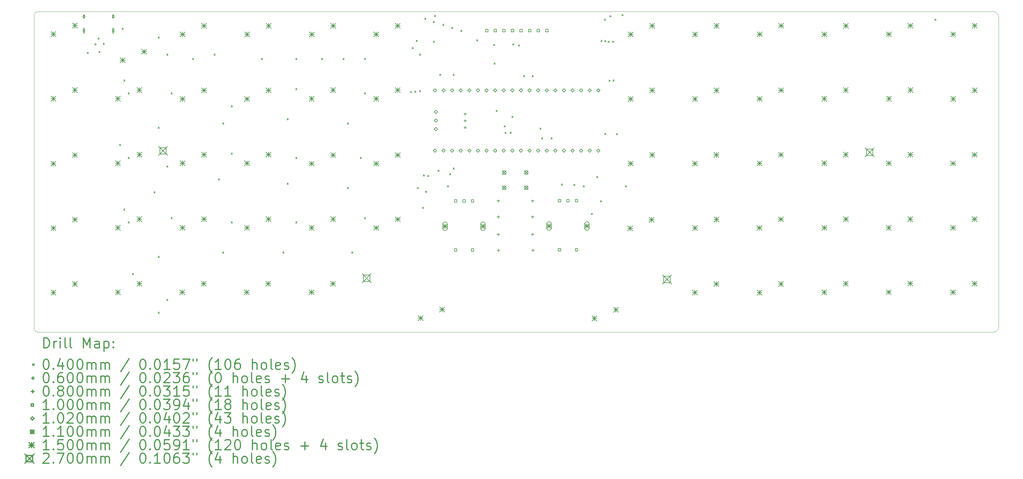
<source format=gbr>
%FSLAX45Y45*%
G04 Gerber Fmt 4.5, Leading zero omitted, Abs format (unit mm)*
G04 Created by KiCad (PCBNEW (5.1.12)-1) date 2022-06-22 09:42:56*
%MOMM*%
%LPD*%
G01*
G04 APERTURE LIST*
%TA.AperFunction,Profile*%
%ADD10C,0.050000*%
%TD*%
%ADD11C,0.200000*%
%ADD12C,0.300000*%
G04 APERTURE END LIST*
D10*
X28333700Y0D02*
G75*
G02*
X28498800Y-165100I0J-165100D01*
G01*
X28498800Y-9309100D02*
G75*
G02*
X28346400Y-9461500I-152400J0D01*
G01*
X114300Y-9461500D02*
G75*
G02*
X0Y-9347200I0J114300D01*
G01*
X0Y-127000D02*
G75*
G02*
X127000Y0I127000J0D01*
G01*
X0Y-127000D02*
X0Y-9347200D01*
X114300Y-9461500D02*
X28346400Y-9461500D01*
X28498800Y-165100D02*
X28498800Y-9309100D01*
X127000Y0D02*
X28333700Y0D01*
D11*
X1567500Y-1199200D02*
X1607500Y-1239200D01*
X1607500Y-1199200D02*
X1567500Y-1239200D01*
X1796100Y-945200D02*
X1836100Y-985200D01*
X1836100Y-945200D02*
X1796100Y-985200D01*
X1885000Y-780100D02*
X1925000Y-820100D01*
X1925000Y-780100D02*
X1885000Y-820100D01*
X1910400Y-1173800D02*
X1950400Y-1213800D01*
X1950400Y-1173800D02*
X1910400Y-1213800D01*
X2037400Y-932500D02*
X2077400Y-972500D01*
X2077400Y-932500D02*
X2037400Y-972500D01*
X2520000Y-3917000D02*
X2560000Y-3957000D01*
X2560000Y-3917000D02*
X2520000Y-3957000D01*
X2596200Y-488000D02*
X2636200Y-528000D01*
X2636200Y-488000D02*
X2596200Y-528000D01*
X2647000Y-2012000D02*
X2687000Y-2052000D01*
X2687000Y-2012000D02*
X2647000Y-2052000D01*
X2647000Y-5822000D02*
X2687000Y-5862000D01*
X2687000Y-5822000D02*
X2647000Y-5862000D01*
X2774000Y-2393000D02*
X2814000Y-2433000D01*
X2814000Y-2393000D02*
X2774000Y-2433000D01*
X2774000Y-4298000D02*
X2814000Y-4338000D01*
X2814000Y-4298000D02*
X2774000Y-4338000D01*
X2774000Y-6203000D02*
X2814000Y-6243000D01*
X2814000Y-6203000D02*
X2774000Y-6243000D01*
X2901000Y-7727000D02*
X2941000Y-7767000D01*
X2941000Y-7727000D02*
X2901000Y-7767000D01*
X3536000Y-5314000D02*
X3576000Y-5354000D01*
X3576000Y-5314000D02*
X3536000Y-5354000D01*
X3663000Y-742000D02*
X3703000Y-782000D01*
X3703000Y-742000D02*
X3663000Y-782000D01*
X3663000Y-3409000D02*
X3703000Y-3449000D01*
X3703000Y-3409000D02*
X3663000Y-3449000D01*
X3663000Y-7219000D02*
X3703000Y-7259000D01*
X3703000Y-7219000D02*
X3663000Y-7259000D01*
X3663000Y-8870000D02*
X3703000Y-8910000D01*
X3703000Y-8870000D02*
X3663000Y-8910000D01*
X3917000Y-1250000D02*
X3957000Y-1290000D01*
X3957000Y-1250000D02*
X3917000Y-1290000D01*
X3917000Y-4552000D02*
X3957000Y-4592000D01*
X3957000Y-4552000D02*
X3917000Y-4592000D01*
X3917000Y-8489000D02*
X3957000Y-8529000D01*
X3957000Y-8489000D02*
X3917000Y-8529000D01*
X4044000Y-2393000D02*
X4084000Y-2433000D01*
X4084000Y-2393000D02*
X4044000Y-2433000D01*
X4044000Y-6076000D02*
X4084000Y-6116000D01*
X4084000Y-6076000D02*
X4044000Y-6116000D01*
X4679000Y-1377000D02*
X4719000Y-1417000D01*
X4719000Y-1377000D02*
X4679000Y-1417000D01*
X5314000Y-1250000D02*
X5354000Y-1290000D01*
X5354000Y-1250000D02*
X5314000Y-1290000D01*
X5441000Y-4933000D02*
X5481000Y-4973000D01*
X5481000Y-4933000D02*
X5441000Y-4973000D01*
X5568000Y-3282000D02*
X5608000Y-3322000D01*
X5608000Y-3282000D02*
X5568000Y-3322000D01*
X5568000Y-7092000D02*
X5608000Y-7132000D01*
X5608000Y-7092000D02*
X5568000Y-7132000D01*
X5822000Y-2774000D02*
X5862000Y-2814000D01*
X5862000Y-2774000D02*
X5822000Y-2814000D01*
X5822000Y-4171000D02*
X5862000Y-4211000D01*
X5862000Y-4171000D02*
X5822000Y-4211000D01*
X5822000Y-6203000D02*
X5862000Y-6243000D01*
X5862000Y-6203000D02*
X5822000Y-6243000D01*
X6711000Y-1377000D02*
X6751000Y-1417000D01*
X6751000Y-1377000D02*
X6711000Y-1417000D01*
X7346000Y-7092000D02*
X7386000Y-7132000D01*
X7386000Y-7092000D02*
X7346000Y-7132000D01*
X7473000Y-3155000D02*
X7513000Y-3195000D01*
X7513000Y-3155000D02*
X7473000Y-3195000D01*
X7473000Y-5060000D02*
X7513000Y-5100000D01*
X7513000Y-5060000D02*
X7473000Y-5100000D01*
X7727000Y-1377000D02*
X7767000Y-1417000D01*
X7767000Y-1377000D02*
X7727000Y-1417000D01*
X7727000Y-2266000D02*
X7767000Y-2306000D01*
X7767000Y-2266000D02*
X7727000Y-2306000D01*
X7727000Y-4298000D02*
X7767000Y-4338000D01*
X7767000Y-4298000D02*
X7727000Y-4338000D01*
X7727000Y-6203000D02*
X7767000Y-6243000D01*
X7767000Y-6203000D02*
X7727000Y-6243000D01*
X8489000Y-1377000D02*
X8529000Y-1417000D01*
X8529000Y-1377000D02*
X8489000Y-1417000D01*
X9124000Y-1377000D02*
X9164000Y-1417000D01*
X9164000Y-1377000D02*
X9124000Y-1417000D01*
X9251000Y-3282000D02*
X9291000Y-3322000D01*
X9291000Y-3282000D02*
X9251000Y-3322000D01*
X9251000Y-5187000D02*
X9291000Y-5227000D01*
X9291000Y-5187000D02*
X9251000Y-5227000D01*
X9378000Y-7092000D02*
X9418000Y-7132000D01*
X9418000Y-7092000D02*
X9378000Y-7132000D01*
X9632000Y-4298000D02*
X9672000Y-4338000D01*
X9672000Y-4298000D02*
X9632000Y-4338000D01*
X9759000Y-1377000D02*
X9799000Y-1417000D01*
X9799000Y-1377000D02*
X9759000Y-1417000D01*
X9759000Y-2393000D02*
X9799000Y-2433000D01*
X9799000Y-2393000D02*
X9759000Y-2433000D01*
X9759000Y-6076000D02*
X9799000Y-6116000D01*
X9799000Y-6076000D02*
X9759000Y-6116000D01*
X11117900Y-2354900D02*
X11157900Y-2394900D01*
X11157900Y-2354900D02*
X11117900Y-2394900D01*
X11168700Y-1059500D02*
X11208700Y-1099500D01*
X11208700Y-1059500D02*
X11168700Y-1099500D01*
X11244900Y-2342200D02*
X11284900Y-2382200D01*
X11284900Y-2342200D02*
X11244900Y-2382200D01*
X11283000Y-843600D02*
X11323000Y-883600D01*
X11323000Y-843600D02*
X11283000Y-883600D01*
X11321100Y-5187000D02*
X11361100Y-5227000D01*
X11361100Y-5187000D02*
X11321100Y-5227000D01*
X11384600Y-1250000D02*
X11424600Y-1290000D01*
X11424600Y-1250000D02*
X11384600Y-1290000D01*
X11384600Y-2329500D02*
X11424600Y-2369500D01*
X11424600Y-2329500D02*
X11384600Y-2369500D01*
X11473500Y-5771200D02*
X11513500Y-5811200D01*
X11513500Y-5771200D02*
X11473500Y-5811200D01*
X11498900Y-4818700D02*
X11538900Y-4858700D01*
X11538900Y-4818700D02*
X11498900Y-4858700D01*
X11537000Y-195900D02*
X11577000Y-235900D01*
X11577000Y-195900D02*
X11537000Y-235900D01*
X11562400Y-5301300D02*
X11602400Y-5341300D01*
X11602400Y-5301300D02*
X11562400Y-5341300D01*
X11625900Y-4831400D02*
X11665900Y-4871400D01*
X11665900Y-4831400D02*
X11625900Y-4871400D01*
X11791000Y-284800D02*
X11831000Y-324800D01*
X11831000Y-284800D02*
X11791000Y-324800D01*
X11791000Y-869000D02*
X11831000Y-909000D01*
X11831000Y-869000D02*
X11791000Y-909000D01*
X11829100Y-107000D02*
X11869100Y-147000D01*
X11869100Y-107000D02*
X11829100Y-147000D01*
X11930700Y-4679000D02*
X11970700Y-4719000D01*
X11970700Y-4679000D02*
X11930700Y-4719000D01*
X11981500Y-1846900D02*
X12021500Y-1886900D01*
X12021500Y-1846900D02*
X11981500Y-1886900D01*
X12070400Y-373700D02*
X12110400Y-413700D01*
X12110400Y-373700D02*
X12070400Y-413700D01*
X12210100Y-5136200D02*
X12250100Y-5176200D01*
X12250100Y-5136200D02*
X12210100Y-5176200D01*
X12273600Y-4780600D02*
X12313600Y-4820600D01*
X12313600Y-4780600D02*
X12273600Y-4820600D01*
X12337100Y-462600D02*
X12377100Y-502600D01*
X12377100Y-462600D02*
X12337100Y-502600D01*
X12375200Y-1846900D02*
X12415200Y-1886900D01*
X12415200Y-1846900D02*
X12375200Y-1886900D01*
X12375200Y-4615500D02*
X12415200Y-4655500D01*
X12415200Y-4615500D02*
X12375200Y-4655500D01*
X12603800Y-551500D02*
X12643800Y-591500D01*
X12643800Y-551500D02*
X12603800Y-591500D01*
X13073700Y-830900D02*
X13113700Y-870900D01*
X13113700Y-830900D02*
X13073700Y-870900D01*
X13574080Y-966790D02*
X13614080Y-1006790D01*
X13614080Y-966790D02*
X13574080Y-1006790D01*
X13585510Y-1512890D02*
X13625510Y-1552890D01*
X13625510Y-1512890D02*
X13585510Y-1552890D01*
X13645200Y-2913700D02*
X13685200Y-2953700D01*
X13685200Y-2913700D02*
X13645200Y-2953700D01*
X13886500Y-3370900D02*
X13926500Y-3410900D01*
X13926500Y-3370900D02*
X13886500Y-3410900D01*
X13908090Y-3562670D02*
X13948090Y-3602670D01*
X13948090Y-3562670D02*
X13908090Y-3602670D01*
X14061760Y-3551240D02*
X14101760Y-3591240D01*
X14101760Y-3551240D02*
X14061760Y-3591240D01*
X14115100Y-3091500D02*
X14155100Y-3131500D01*
X14155100Y-3091500D02*
X14115100Y-3131500D01*
X14140500Y-945200D02*
X14180500Y-985200D01*
X14180500Y-945200D02*
X14140500Y-985200D01*
X14305600Y-983300D02*
X14345600Y-1023300D01*
X14345600Y-983300D02*
X14305600Y-1023300D01*
X14458000Y-1885000D02*
X14498000Y-1925000D01*
X14498000Y-1885000D02*
X14458000Y-1925000D01*
X14712000Y-1885000D02*
X14752000Y-1925000D01*
X14752000Y-1885000D02*
X14712000Y-1925000D01*
X14940600Y-3434400D02*
X14980600Y-3474400D01*
X14980600Y-3434400D02*
X14940600Y-3474400D01*
X14991400Y-3726500D02*
X15031400Y-3766500D01*
X15031400Y-3726500D02*
X14991400Y-3766500D01*
X15270800Y-3726500D02*
X15310800Y-3766500D01*
X15310800Y-3726500D02*
X15270800Y-3766500D01*
X15575600Y-5085400D02*
X15615600Y-5125400D01*
X15615600Y-5085400D02*
X15575600Y-5125400D01*
X15943900Y-5098100D02*
X15983900Y-5138100D01*
X15983900Y-5098100D02*
X15943900Y-5138100D01*
X16223300Y-5136200D02*
X16263300Y-5176200D01*
X16263300Y-5136200D02*
X16223300Y-5176200D01*
X16458470Y-5955570D02*
X16498470Y-5995570D01*
X16498470Y-5955570D02*
X16458470Y-5995570D01*
X16617000Y-4869500D02*
X16657000Y-4909500D01*
X16657000Y-4869500D02*
X16617000Y-4909500D01*
X16731300Y-5575440D02*
X16771300Y-5615440D01*
X16771300Y-5575440D02*
X16731300Y-5615440D01*
X16744000Y-843600D02*
X16784000Y-883600D01*
X16784000Y-843600D02*
X16744000Y-883600D01*
X16845600Y-221300D02*
X16885600Y-261300D01*
X16885600Y-221300D02*
X16845600Y-261300D01*
X16858300Y-856300D02*
X16898300Y-896300D01*
X16898300Y-856300D02*
X16858300Y-896300D01*
X16858300Y-3586800D02*
X16898300Y-3626800D01*
X16898300Y-3586800D02*
X16858300Y-3626800D01*
X16959900Y-869000D02*
X16999900Y-909000D01*
X16999900Y-869000D02*
X16959900Y-909000D01*
X16985300Y-2024700D02*
X17025300Y-2064700D01*
X17025300Y-2024700D02*
X16985300Y-2064700D01*
X17010700Y-119700D02*
X17050700Y-159700D01*
X17050700Y-119700D02*
X17010700Y-159700D01*
X17086900Y-869000D02*
X17126900Y-909000D01*
X17126900Y-869000D02*
X17086900Y-909000D01*
X17099600Y-2012000D02*
X17139600Y-2052000D01*
X17139600Y-2012000D02*
X17099600Y-2052000D01*
X17201200Y-3599500D02*
X17241200Y-3639500D01*
X17241200Y-3599500D02*
X17201200Y-3639500D01*
X17366300Y-81600D02*
X17406300Y-121600D01*
X17406300Y-81600D02*
X17366300Y-121600D01*
X17467900Y-5136200D02*
X17507900Y-5176200D01*
X17507900Y-5136200D02*
X17467900Y-5176200D01*
X26611900Y-221300D02*
X26651900Y-261300D01*
X26651900Y-221300D02*
X26611900Y-261300D01*
X1503000Y-146500D02*
G75*
G03*
X1503000Y-146500I-30000J0D01*
G01*
X1453000Y-116500D02*
X1453000Y-176500D01*
X1493000Y-116500D02*
X1493000Y-176500D01*
X1453000Y-176500D02*
G75*
G03*
X1493000Y-176500I20000J0D01*
G01*
X1493000Y-116500D02*
G75*
G03*
X1453000Y-116500I-20000J0D01*
G01*
X1503000Y-564500D02*
G75*
G03*
X1503000Y-564500I-30000J0D01*
G01*
X1453000Y-509500D02*
X1453000Y-619500D01*
X1493000Y-509500D02*
X1493000Y-619500D01*
X1453000Y-619500D02*
G75*
G03*
X1493000Y-619500I20000J0D01*
G01*
X1493000Y-509500D02*
G75*
G03*
X1453000Y-509500I-20000J0D01*
G01*
X2367000Y-146500D02*
G75*
G03*
X2367000Y-146500I-30000J0D01*
G01*
X2317000Y-116500D02*
X2317000Y-176500D01*
X2357000Y-116500D02*
X2357000Y-176500D01*
X2317000Y-176500D02*
G75*
G03*
X2357000Y-176500I20000J0D01*
G01*
X2357000Y-116500D02*
G75*
G03*
X2317000Y-116500I-20000J0D01*
G01*
X2367000Y-564500D02*
G75*
G03*
X2367000Y-564500I-30000J0D01*
G01*
X2317000Y-509500D02*
X2317000Y-619500D01*
X2357000Y-509500D02*
X2357000Y-619500D01*
X2317000Y-619500D02*
G75*
G03*
X2357000Y-619500I20000J0D01*
G01*
X2357000Y-509500D02*
G75*
G03*
X2317000Y-509500I-20000J0D01*
G01*
X12738100Y-2982600D02*
X12738100Y-3062600D01*
X12698100Y-3022600D02*
X12778100Y-3022600D01*
X12738100Y-3182600D02*
X12738100Y-3262600D01*
X12698100Y-3222600D02*
X12778100Y-3222600D01*
X12738100Y-3382600D02*
X12738100Y-3462600D01*
X12698100Y-3422600D02*
X12778100Y-3422600D01*
X13716000Y-5548000D02*
X13716000Y-5628000D01*
X13676000Y-5588000D02*
X13756000Y-5588000D01*
X13716000Y-6017900D02*
X13716000Y-6097900D01*
X13676000Y-6057900D02*
X13756000Y-6057900D01*
X13716000Y-6538600D02*
X13716000Y-6618600D01*
X13676000Y-6578600D02*
X13756000Y-6578600D01*
X13721200Y-7006300D02*
X13721200Y-7086300D01*
X13681200Y-7046300D02*
X13761200Y-7046300D01*
X14732000Y-5548000D02*
X14732000Y-5628000D01*
X14692000Y-5588000D02*
X14772000Y-5588000D01*
X14732000Y-6017900D02*
X14732000Y-6097900D01*
X14692000Y-6057900D02*
X14772000Y-6057900D01*
X14732000Y-6538600D02*
X14732000Y-6618600D01*
X14692000Y-6578600D02*
X14772000Y-6578600D01*
X14737200Y-7006300D02*
X14737200Y-7086300D01*
X14697200Y-7046300D02*
X14777200Y-7046300D01*
X12489356Y-5623356D02*
X12489356Y-5552644D01*
X12418644Y-5552644D01*
X12418644Y-5623356D01*
X12489356Y-5623356D01*
X12489356Y-7073356D02*
X12489356Y-7002644D01*
X12418644Y-7002644D01*
X12418644Y-7073356D01*
X12489356Y-7073356D01*
X12739356Y-5623356D02*
X12739356Y-5552644D01*
X12668644Y-5552644D01*
X12668644Y-5623356D01*
X12739356Y-5623356D01*
X12989356Y-5623356D02*
X12989356Y-5552644D01*
X12918644Y-5552644D01*
X12918644Y-5623356D01*
X12989356Y-5623356D01*
X12989356Y-7073356D02*
X12989356Y-7002644D01*
X12918644Y-7002644D01*
X12918644Y-7073356D01*
X12989356Y-7073356D01*
X13408456Y-594156D02*
X13408456Y-523444D01*
X13337744Y-523444D01*
X13337744Y-594156D01*
X13408456Y-594156D01*
X13662456Y-594156D02*
X13662456Y-523444D01*
X13591744Y-523444D01*
X13591744Y-594156D01*
X13662456Y-594156D01*
X13916456Y-594156D02*
X13916456Y-523444D01*
X13845744Y-523444D01*
X13845744Y-594156D01*
X13916456Y-594156D01*
X14170456Y-594156D02*
X14170456Y-523444D01*
X14099744Y-523444D01*
X14099744Y-594156D01*
X14170456Y-594156D01*
X14424456Y-594156D02*
X14424456Y-523444D01*
X14353744Y-523444D01*
X14353744Y-594156D01*
X14424456Y-594156D01*
X14678456Y-594156D02*
X14678456Y-523444D01*
X14607744Y-523444D01*
X14607744Y-594156D01*
X14678456Y-594156D01*
X14932456Y-594156D02*
X14932456Y-523444D01*
X14861744Y-523444D01*
X14861744Y-594156D01*
X14932456Y-594156D01*
X15186456Y-594156D02*
X15186456Y-523444D01*
X15115744Y-523444D01*
X15115744Y-594156D01*
X15186456Y-594156D01*
X15560724Y-5615228D02*
X15560724Y-5544516D01*
X15490012Y-5544516D01*
X15490012Y-5615228D01*
X15560724Y-5615228D01*
X15560724Y-7065228D02*
X15560724Y-6994516D01*
X15490012Y-6994516D01*
X15490012Y-7065228D01*
X15560724Y-7065228D01*
X15810724Y-5615228D02*
X15810724Y-5544516D01*
X15740012Y-5544516D01*
X15740012Y-5615228D01*
X15810724Y-5615228D01*
X16060724Y-5615228D02*
X16060724Y-5544516D01*
X15990012Y-5544516D01*
X15990012Y-5615228D01*
X16060724Y-5615228D01*
X16060724Y-7065228D02*
X16060724Y-6994516D01*
X15990012Y-6994516D01*
X15990012Y-7065228D01*
X16060724Y-7065228D01*
X11849100Y-2375100D02*
X11900100Y-2324100D01*
X11849100Y-2273100D01*
X11798100Y-2324100D01*
X11849100Y-2375100D01*
X11849100Y-4153100D02*
X11900100Y-4102100D01*
X11849100Y-4051100D01*
X11798100Y-4102100D01*
X11849100Y-4153100D01*
X11872100Y-3010100D02*
X11923100Y-2959100D01*
X11872100Y-2908100D01*
X11821100Y-2959100D01*
X11872100Y-3010100D01*
X11872100Y-3264100D02*
X11923100Y-3213100D01*
X11872100Y-3162100D01*
X11821100Y-3213100D01*
X11872100Y-3264100D01*
X11872100Y-3518100D02*
X11923100Y-3467100D01*
X11872100Y-3416100D01*
X11821100Y-3467100D01*
X11872100Y-3518100D01*
X12103100Y-2375100D02*
X12154100Y-2324100D01*
X12103100Y-2273100D01*
X12052100Y-2324100D01*
X12103100Y-2375100D01*
X12103100Y-4153100D02*
X12154100Y-4102100D01*
X12103100Y-4051100D01*
X12052100Y-4102100D01*
X12103100Y-4153100D01*
X12357100Y-2375100D02*
X12408100Y-2324100D01*
X12357100Y-2273100D01*
X12306100Y-2324100D01*
X12357100Y-2375100D01*
X12357100Y-4153100D02*
X12408100Y-4102100D01*
X12357100Y-4051100D01*
X12306100Y-4102100D01*
X12357100Y-4153100D01*
X12611100Y-2375100D02*
X12662100Y-2324100D01*
X12611100Y-2273100D01*
X12560100Y-2324100D01*
X12611100Y-2375100D01*
X12611100Y-4153100D02*
X12662100Y-4102100D01*
X12611100Y-4051100D01*
X12560100Y-4102100D01*
X12611100Y-4153100D01*
X12865100Y-2375100D02*
X12916100Y-2324100D01*
X12865100Y-2273100D01*
X12814100Y-2324100D01*
X12865100Y-2375100D01*
X12865100Y-4153100D02*
X12916100Y-4102100D01*
X12865100Y-4051100D01*
X12814100Y-4102100D01*
X12865100Y-4153100D01*
X13119100Y-2375100D02*
X13170100Y-2324100D01*
X13119100Y-2273100D01*
X13068100Y-2324100D01*
X13119100Y-2375100D01*
X13119100Y-4153100D02*
X13170100Y-4102100D01*
X13119100Y-4051100D01*
X13068100Y-4102100D01*
X13119100Y-4153100D01*
X13373100Y-2375100D02*
X13424100Y-2324100D01*
X13373100Y-2273100D01*
X13322100Y-2324100D01*
X13373100Y-2375100D01*
X13373100Y-4153100D02*
X13424100Y-4102100D01*
X13373100Y-4051100D01*
X13322100Y-4102100D01*
X13373100Y-4153100D01*
X13627100Y-2375100D02*
X13678100Y-2324100D01*
X13627100Y-2273100D01*
X13576100Y-2324100D01*
X13627100Y-2375100D01*
X13627100Y-4153100D02*
X13678100Y-4102100D01*
X13627100Y-4051100D01*
X13576100Y-4102100D01*
X13627100Y-4153100D01*
X13881100Y-2375100D02*
X13932100Y-2324100D01*
X13881100Y-2273100D01*
X13830100Y-2324100D01*
X13881100Y-2375100D01*
X13881100Y-4153100D02*
X13932100Y-4102100D01*
X13881100Y-4051100D01*
X13830100Y-4102100D01*
X13881100Y-4153100D01*
X14135100Y-2375100D02*
X14186100Y-2324100D01*
X14135100Y-2273100D01*
X14084100Y-2324100D01*
X14135100Y-2375100D01*
X14135100Y-4153100D02*
X14186100Y-4102100D01*
X14135100Y-4051100D01*
X14084100Y-4102100D01*
X14135100Y-4153100D01*
X14389100Y-2375100D02*
X14440100Y-2324100D01*
X14389100Y-2273100D01*
X14338100Y-2324100D01*
X14389100Y-2375100D01*
X14389100Y-4153100D02*
X14440100Y-4102100D01*
X14389100Y-4051100D01*
X14338100Y-4102100D01*
X14389100Y-4153100D01*
X14643100Y-2375100D02*
X14694100Y-2324100D01*
X14643100Y-2273100D01*
X14592100Y-2324100D01*
X14643100Y-2375100D01*
X14643100Y-4153100D02*
X14694100Y-4102100D01*
X14643100Y-4051100D01*
X14592100Y-4102100D01*
X14643100Y-4153100D01*
X14897100Y-2375100D02*
X14948100Y-2324100D01*
X14897100Y-2273100D01*
X14846100Y-2324100D01*
X14897100Y-2375100D01*
X14897100Y-4153100D02*
X14948100Y-4102100D01*
X14897100Y-4051100D01*
X14846100Y-4102100D01*
X14897100Y-4153100D01*
X15151100Y-2375100D02*
X15202100Y-2324100D01*
X15151100Y-2273100D01*
X15100100Y-2324100D01*
X15151100Y-2375100D01*
X15151100Y-4153100D02*
X15202100Y-4102100D01*
X15151100Y-4051100D01*
X15100100Y-4102100D01*
X15151100Y-4153100D01*
X15405100Y-2375100D02*
X15456100Y-2324100D01*
X15405100Y-2273100D01*
X15354100Y-2324100D01*
X15405100Y-2375100D01*
X15405100Y-4153100D02*
X15456100Y-4102100D01*
X15405100Y-4051100D01*
X15354100Y-4102100D01*
X15405100Y-4153100D01*
X15659100Y-2375100D02*
X15710100Y-2324100D01*
X15659100Y-2273100D01*
X15608100Y-2324100D01*
X15659100Y-2375100D01*
X15659100Y-4153100D02*
X15710100Y-4102100D01*
X15659100Y-4051100D01*
X15608100Y-4102100D01*
X15659100Y-4153100D01*
X15913100Y-2375100D02*
X15964100Y-2324100D01*
X15913100Y-2273100D01*
X15862100Y-2324100D01*
X15913100Y-2375100D01*
X15913100Y-4153100D02*
X15964100Y-4102100D01*
X15913100Y-4051100D01*
X15862100Y-4102100D01*
X15913100Y-4153100D01*
X16167100Y-2375100D02*
X16218100Y-2324100D01*
X16167100Y-2273100D01*
X16116100Y-2324100D01*
X16167100Y-2375100D01*
X16167100Y-4153100D02*
X16218100Y-4102100D01*
X16167100Y-4051100D01*
X16116100Y-4102100D01*
X16167100Y-4153100D01*
X16421100Y-2375100D02*
X16472100Y-2324100D01*
X16421100Y-2273100D01*
X16370100Y-2324100D01*
X16421100Y-2375100D01*
X16421100Y-4153100D02*
X16472100Y-4102100D01*
X16421100Y-4051100D01*
X16370100Y-4102100D01*
X16421100Y-4153100D01*
X16675100Y-2375100D02*
X16726100Y-2324100D01*
X16675100Y-2273100D01*
X16624100Y-2324100D01*
X16675100Y-2375100D01*
X16675100Y-4153100D02*
X16726100Y-4102100D01*
X16675100Y-4051100D01*
X16624100Y-4102100D01*
X16675100Y-4153100D01*
X13838800Y-4694800D02*
X13948800Y-4804800D01*
X13948800Y-4694800D02*
X13838800Y-4804800D01*
X13948800Y-4749800D02*
G75*
G03*
X13948800Y-4749800I-55000J0D01*
G01*
X13838800Y-5144800D02*
X13948800Y-5254800D01*
X13948800Y-5144800D02*
X13838800Y-5254800D01*
X13948800Y-5199800D02*
G75*
G03*
X13948800Y-5199800I-55000J0D01*
G01*
X14488800Y-4694800D02*
X14598800Y-4804800D01*
X14598800Y-4694800D02*
X14488800Y-4804800D01*
X14598800Y-4749800D02*
G75*
G03*
X14598800Y-4749800I-55000J0D01*
G01*
X14488800Y-5144800D02*
X14598800Y-5254800D01*
X14598800Y-5144800D02*
X14488800Y-5254800D01*
X14598800Y-5199800D02*
G75*
G03*
X14598800Y-5199800I-55000J0D01*
G01*
X496500Y-590988D02*
X646500Y-740988D01*
X646500Y-590988D02*
X496500Y-740988D01*
X571500Y-590988D02*
X571500Y-740988D01*
X496500Y-665988D02*
X646500Y-665988D01*
X496500Y-2495988D02*
X646500Y-2645988D01*
X646500Y-2495988D02*
X496500Y-2645988D01*
X571500Y-2495988D02*
X571500Y-2645988D01*
X496500Y-2570988D02*
X646500Y-2570988D01*
X496500Y-4414704D02*
X646500Y-4564704D01*
X646500Y-4414704D02*
X496500Y-4564704D01*
X571500Y-4414704D02*
X571500Y-4564704D01*
X496500Y-4489704D02*
X646500Y-4489704D01*
X496500Y-6317672D02*
X646500Y-6467672D01*
X646500Y-6317672D02*
X496500Y-6467672D01*
X571500Y-6317672D02*
X571500Y-6467672D01*
X496500Y-6392672D02*
X646500Y-6392672D01*
X496500Y-8222164D02*
X646500Y-8372164D01*
X646500Y-8222164D02*
X496500Y-8372164D01*
X571500Y-8222164D02*
X571500Y-8372164D01*
X496500Y-8297164D02*
X646500Y-8297164D01*
X1131500Y-336988D02*
X1281500Y-486988D01*
X1281500Y-336988D02*
X1131500Y-486988D01*
X1206500Y-336988D02*
X1206500Y-486988D01*
X1131500Y-411988D02*
X1281500Y-411988D01*
X1131500Y-2241988D02*
X1281500Y-2391988D01*
X1281500Y-2241988D02*
X1131500Y-2391988D01*
X1206500Y-2241988D02*
X1206500Y-2391988D01*
X1131500Y-2316988D02*
X1281500Y-2316988D01*
X1131500Y-4160704D02*
X1281500Y-4310704D01*
X1281500Y-4160704D02*
X1131500Y-4310704D01*
X1206500Y-4160704D02*
X1206500Y-4310704D01*
X1131500Y-4235704D02*
X1281500Y-4235704D01*
X1131500Y-6063672D02*
X1281500Y-6213672D01*
X1281500Y-6063672D02*
X1131500Y-6213672D01*
X1206500Y-6063672D02*
X1206500Y-6213672D01*
X1131500Y-6138672D02*
X1281500Y-6138672D01*
X1131500Y-7968164D02*
X1281500Y-8118164D01*
X1281500Y-7968164D02*
X1131500Y-8118164D01*
X1206500Y-7968164D02*
X1206500Y-8118164D01*
X1131500Y-8043164D02*
X1281500Y-8043164D01*
X2401500Y-2495988D02*
X2551500Y-2645988D01*
X2551500Y-2495988D02*
X2401500Y-2645988D01*
X2476500Y-2495988D02*
X2476500Y-2645988D01*
X2401500Y-2570988D02*
X2551500Y-2570988D01*
X2401500Y-4400988D02*
X2551500Y-4550988D01*
X2551500Y-4400988D02*
X2401500Y-4550988D01*
X2476500Y-4400988D02*
X2476500Y-4550988D01*
X2401500Y-4475988D02*
X2551500Y-4475988D01*
X2401500Y-6305988D02*
X2551500Y-6455988D01*
X2551500Y-6305988D02*
X2401500Y-6455988D01*
X2476500Y-6305988D02*
X2476500Y-6455988D01*
X2401500Y-6380988D02*
X2551500Y-6380988D01*
X2401500Y-8210988D02*
X2551500Y-8360988D01*
X2551500Y-8210988D02*
X2401500Y-8360988D01*
X2476500Y-8210988D02*
X2476500Y-8360988D01*
X2401500Y-8285988D02*
X2551500Y-8285988D01*
X2541200Y-1360100D02*
X2691200Y-1510100D01*
X2691200Y-1360100D02*
X2541200Y-1510100D01*
X2616200Y-1360100D02*
X2616200Y-1510100D01*
X2541200Y-1435100D02*
X2691200Y-1435100D01*
X3036500Y-2241988D02*
X3186500Y-2391988D01*
X3186500Y-2241988D02*
X3036500Y-2391988D01*
X3111500Y-2241988D02*
X3111500Y-2391988D01*
X3036500Y-2316988D02*
X3186500Y-2316988D01*
X3036500Y-4146988D02*
X3186500Y-4296988D01*
X3186500Y-4146988D02*
X3036500Y-4296988D01*
X3111500Y-4146988D02*
X3111500Y-4296988D01*
X3036500Y-4221988D02*
X3186500Y-4221988D01*
X3036500Y-6051988D02*
X3186500Y-6201988D01*
X3186500Y-6051988D02*
X3036500Y-6201988D01*
X3111500Y-6051988D02*
X3111500Y-6201988D01*
X3036500Y-6126988D02*
X3186500Y-6126988D01*
X3036500Y-7956988D02*
X3186500Y-8106988D01*
X3186500Y-7956988D02*
X3036500Y-8106988D01*
X3111500Y-7956988D02*
X3111500Y-8106988D01*
X3036500Y-8031988D02*
X3186500Y-8031988D01*
X3176200Y-1106100D02*
X3326200Y-1256100D01*
X3326200Y-1106100D02*
X3176200Y-1256100D01*
X3251200Y-1106100D02*
X3251200Y-1256100D01*
X3176200Y-1181100D02*
X3326200Y-1181100D01*
X4300912Y-8209464D02*
X4450912Y-8359464D01*
X4450912Y-8209464D02*
X4300912Y-8359464D01*
X4375912Y-8209464D02*
X4375912Y-8359464D01*
X4300912Y-8284464D02*
X4450912Y-8284464D01*
X4310564Y-4403020D02*
X4460564Y-4553020D01*
X4460564Y-4403020D02*
X4310564Y-4553020D01*
X4385564Y-4403020D02*
X4385564Y-4553020D01*
X4310564Y-4478020D02*
X4460564Y-4478020D01*
X4310564Y-6307004D02*
X4460564Y-6457004D01*
X4460564Y-6307004D02*
X4310564Y-6457004D01*
X4385564Y-6307004D02*
X4385564Y-6457004D01*
X4310564Y-6382004D02*
X4460564Y-6382004D01*
X4311580Y-598100D02*
X4461580Y-748100D01*
X4461580Y-598100D02*
X4311580Y-748100D01*
X4386580Y-598100D02*
X4386580Y-748100D01*
X4311580Y-673100D02*
X4461580Y-673100D01*
X4311580Y-2502084D02*
X4461580Y-2652084D01*
X4461580Y-2502084D02*
X4311580Y-2652084D01*
X4386580Y-2502084D02*
X4386580Y-2652084D01*
X4311580Y-2577084D02*
X4461580Y-2577084D01*
X4935912Y-7955464D02*
X5085912Y-8105464D01*
X5085912Y-7955464D02*
X4935912Y-8105464D01*
X5010912Y-7955464D02*
X5010912Y-8105464D01*
X4935912Y-8030464D02*
X5085912Y-8030464D01*
X4945564Y-4149020D02*
X5095564Y-4299020D01*
X5095564Y-4149020D02*
X4945564Y-4299020D01*
X5020564Y-4149020D02*
X5020564Y-4299020D01*
X4945564Y-4224020D02*
X5095564Y-4224020D01*
X4945564Y-6053004D02*
X5095564Y-6203004D01*
X5095564Y-6053004D02*
X4945564Y-6203004D01*
X5020564Y-6053004D02*
X5020564Y-6203004D01*
X4945564Y-6128004D02*
X5095564Y-6128004D01*
X4946580Y-344100D02*
X5096580Y-494100D01*
X5096580Y-344100D02*
X4946580Y-494100D01*
X5021580Y-344100D02*
X5021580Y-494100D01*
X4946580Y-419100D02*
X5096580Y-419100D01*
X4946580Y-2248084D02*
X5096580Y-2398084D01*
X5096580Y-2248084D02*
X4946580Y-2398084D01*
X5021580Y-2248084D02*
X5021580Y-2398084D01*
X4946580Y-2323084D02*
X5096580Y-2323084D01*
X6210484Y-8209464D02*
X6360484Y-8359464D01*
X6360484Y-8209464D02*
X6210484Y-8359464D01*
X6285484Y-8209464D02*
X6285484Y-8359464D01*
X6210484Y-8284464D02*
X6360484Y-8284464D01*
X6216072Y-2502084D02*
X6366072Y-2652084D01*
X6366072Y-2502084D02*
X6216072Y-2652084D01*
X6291072Y-2502084D02*
X6291072Y-2652084D01*
X6216072Y-2577084D02*
X6366072Y-2577084D01*
X6216072Y-4400988D02*
X6366072Y-4550988D01*
X6366072Y-4400988D02*
X6216072Y-4550988D01*
X6291072Y-4400988D02*
X6291072Y-4550988D01*
X6216072Y-4475988D02*
X6366072Y-4475988D01*
X6216072Y-6304972D02*
X6366072Y-6454972D01*
X6366072Y-6304972D02*
X6216072Y-6454972D01*
X6291072Y-6304972D02*
X6291072Y-6454972D01*
X6216072Y-6379972D02*
X6366072Y-6379972D01*
X6220136Y-600132D02*
X6370136Y-750132D01*
X6370136Y-600132D02*
X6220136Y-750132D01*
X6295136Y-600132D02*
X6295136Y-750132D01*
X6220136Y-675132D02*
X6370136Y-675132D01*
X6845484Y-7955464D02*
X6995484Y-8105464D01*
X6995484Y-7955464D02*
X6845484Y-8105464D01*
X6920484Y-7955464D02*
X6920484Y-8105464D01*
X6845484Y-8030464D02*
X6995484Y-8030464D01*
X6851072Y-2248084D02*
X7001072Y-2398084D01*
X7001072Y-2248084D02*
X6851072Y-2398084D01*
X6926072Y-2248084D02*
X6926072Y-2398084D01*
X6851072Y-2323084D02*
X7001072Y-2323084D01*
X6851072Y-4146988D02*
X7001072Y-4296988D01*
X7001072Y-4146988D02*
X6851072Y-4296988D01*
X6926072Y-4146988D02*
X6926072Y-4296988D01*
X6851072Y-4221988D02*
X7001072Y-4221988D01*
X6851072Y-6050972D02*
X7001072Y-6200972D01*
X7001072Y-6050972D02*
X6851072Y-6200972D01*
X6926072Y-6050972D02*
X6926072Y-6200972D01*
X6851072Y-6125972D02*
X7001072Y-6125972D01*
X6855136Y-346132D02*
X7005136Y-496132D01*
X7005136Y-346132D02*
X6855136Y-496132D01*
X6930136Y-346132D02*
X6930136Y-496132D01*
X6855136Y-421132D02*
X7005136Y-421132D01*
X8121072Y-8210988D02*
X8271072Y-8360988D01*
X8271072Y-8210988D02*
X8121072Y-8360988D01*
X8196072Y-8210988D02*
X8196072Y-8360988D01*
X8121072Y-8285988D02*
X8271072Y-8285988D01*
X8124628Y-2498528D02*
X8274628Y-2648528D01*
X8274628Y-2498528D02*
X8124628Y-2648528D01*
X8199628Y-2498528D02*
X8199628Y-2648528D01*
X8124628Y-2573528D02*
X8274628Y-2573528D01*
X8124628Y-4413688D02*
X8274628Y-4563688D01*
X8274628Y-4413688D02*
X8124628Y-4563688D01*
X8199628Y-4413688D02*
X8199628Y-4563688D01*
X8124628Y-4488688D02*
X8274628Y-4488688D01*
X8125644Y-6304972D02*
X8275644Y-6454972D01*
X8275644Y-6304972D02*
X8125644Y-6454972D01*
X8200644Y-6304972D02*
X8200644Y-6454972D01*
X8125644Y-6379972D02*
X8275644Y-6379972D01*
X8128184Y-596576D02*
X8278184Y-746576D01*
X8278184Y-596576D02*
X8128184Y-746576D01*
X8203184Y-596576D02*
X8203184Y-746576D01*
X8128184Y-671576D02*
X8278184Y-671576D01*
X8756072Y-7956988D02*
X8906072Y-8106988D01*
X8906072Y-7956988D02*
X8756072Y-8106988D01*
X8831072Y-7956988D02*
X8831072Y-8106988D01*
X8756072Y-8031988D02*
X8906072Y-8031988D01*
X8759628Y-2244528D02*
X8909628Y-2394528D01*
X8909628Y-2244528D02*
X8759628Y-2394528D01*
X8834628Y-2244528D02*
X8834628Y-2394528D01*
X8759628Y-2319528D02*
X8909628Y-2319528D01*
X8759628Y-4159688D02*
X8909628Y-4309688D01*
X8909628Y-4159688D02*
X8759628Y-4309688D01*
X8834628Y-4159688D02*
X8834628Y-4309688D01*
X8759628Y-4234688D02*
X8909628Y-4234688D01*
X8760644Y-6050972D02*
X8910644Y-6200972D01*
X8910644Y-6050972D02*
X8760644Y-6200972D01*
X8835644Y-6050972D02*
X8835644Y-6200972D01*
X8760644Y-6125972D02*
X8910644Y-6125972D01*
X8763184Y-342576D02*
X8913184Y-492576D01*
X8913184Y-342576D02*
X8763184Y-492576D01*
X8838184Y-342576D02*
X8838184Y-492576D01*
X8763184Y-417576D02*
X8913184Y-417576D01*
X10034200Y-600132D02*
X10184200Y-750132D01*
X10184200Y-600132D02*
X10034200Y-750132D01*
X10109200Y-600132D02*
X10109200Y-750132D01*
X10034200Y-675132D02*
X10184200Y-675132D01*
X10034200Y-2498528D02*
X10184200Y-2648528D01*
X10184200Y-2498528D02*
X10034200Y-2648528D01*
X10109200Y-2498528D02*
X10109200Y-2648528D01*
X10034200Y-2573528D02*
X10184200Y-2573528D01*
X10034200Y-4413688D02*
X10184200Y-4563688D01*
X10184200Y-4413688D02*
X10034200Y-4563688D01*
X10109200Y-4413688D02*
X10109200Y-4563688D01*
X10034200Y-4488688D02*
X10184200Y-4488688D01*
X10035216Y-6310052D02*
X10185216Y-6460052D01*
X10185216Y-6310052D02*
X10035216Y-6460052D01*
X10110216Y-6310052D02*
X10110216Y-6460052D01*
X10035216Y-6385052D02*
X10185216Y-6385052D01*
X10669200Y-346132D02*
X10819200Y-496132D01*
X10819200Y-346132D02*
X10669200Y-496132D01*
X10744200Y-346132D02*
X10744200Y-496132D01*
X10669200Y-421132D02*
X10819200Y-421132D01*
X10669200Y-2244528D02*
X10819200Y-2394528D01*
X10819200Y-2244528D02*
X10669200Y-2394528D01*
X10744200Y-2244528D02*
X10744200Y-2394528D01*
X10669200Y-2319528D02*
X10819200Y-2319528D01*
X10669200Y-4159688D02*
X10819200Y-4309688D01*
X10819200Y-4159688D02*
X10669200Y-4309688D01*
X10744200Y-4159688D02*
X10744200Y-4309688D01*
X10669200Y-4234688D02*
X10819200Y-4234688D01*
X10670216Y-6056052D02*
X10820216Y-6206052D01*
X10820216Y-6056052D02*
X10670216Y-6206052D01*
X10745216Y-6056052D02*
X10745216Y-6206052D01*
X10670216Y-6131052D02*
X10820216Y-6131052D01*
X11348396Y-8970448D02*
X11498396Y-9120448D01*
X11498396Y-8970448D02*
X11348396Y-9120448D01*
X11423396Y-8970448D02*
X11423396Y-9120448D01*
X11348396Y-9045448D02*
X11498396Y-9045448D01*
X11983396Y-8716448D02*
X12133396Y-8866448D01*
X12133396Y-8716448D02*
X11983396Y-8866448D01*
X12058396Y-8716448D02*
X12058396Y-8866448D01*
X11983396Y-8791448D02*
X12133396Y-8791448D01*
X12069000Y-6263000D02*
X12219000Y-6413000D01*
X12219000Y-6263000D02*
X12069000Y-6413000D01*
X12144000Y-6263000D02*
X12144000Y-6413000D01*
X12069000Y-6338000D02*
X12219000Y-6338000D01*
X12079000Y-6273000D02*
X12079000Y-6403000D01*
X12209000Y-6273000D02*
X12209000Y-6403000D01*
X12079000Y-6403000D02*
G75*
G03*
X12209000Y-6403000I65000J0D01*
G01*
X12209000Y-6273000D02*
G75*
G03*
X12079000Y-6273000I-65000J0D01*
G01*
X13189000Y-6263000D02*
X13339000Y-6413000D01*
X13339000Y-6263000D02*
X13189000Y-6413000D01*
X13264000Y-6263000D02*
X13264000Y-6413000D01*
X13189000Y-6338000D02*
X13339000Y-6338000D01*
X13199000Y-6273000D02*
X13199000Y-6403000D01*
X13329000Y-6273000D02*
X13329000Y-6403000D01*
X13199000Y-6403000D02*
G75*
G03*
X13329000Y-6403000I65000J0D01*
G01*
X13329000Y-6273000D02*
G75*
G03*
X13199000Y-6273000I-65000J0D01*
G01*
X15140368Y-6254872D02*
X15290368Y-6404872D01*
X15290368Y-6254872D02*
X15140368Y-6404872D01*
X15215368Y-6254872D02*
X15215368Y-6404872D01*
X15140368Y-6329872D02*
X15290368Y-6329872D01*
X15150368Y-6264872D02*
X15150368Y-6394872D01*
X15280368Y-6264872D02*
X15280368Y-6394872D01*
X15150368Y-6394872D02*
G75*
G03*
X15280368Y-6394872I65000J0D01*
G01*
X15280368Y-6264872D02*
G75*
G03*
X15150368Y-6264872I-65000J0D01*
G01*
X16260368Y-6254872D02*
X16410368Y-6404872D01*
X16410368Y-6254872D02*
X16260368Y-6404872D01*
X16335368Y-6254872D02*
X16335368Y-6404872D01*
X16260368Y-6329872D02*
X16410368Y-6329872D01*
X16270368Y-6264872D02*
X16270368Y-6394872D01*
X16400368Y-6264872D02*
X16400368Y-6394872D01*
X16270368Y-6394872D02*
G75*
G03*
X16400368Y-6394872I65000J0D01*
G01*
X16400368Y-6264872D02*
G75*
G03*
X16270368Y-6264872I-65000J0D01*
G01*
X16481736Y-8980100D02*
X16631736Y-9130100D01*
X16631736Y-8980100D02*
X16481736Y-9130100D01*
X16556736Y-8980100D02*
X16556736Y-9130100D01*
X16481736Y-9055100D02*
X16631736Y-9055100D01*
X17116736Y-8726100D02*
X17266736Y-8876100D01*
X17266736Y-8726100D02*
X17116736Y-8876100D01*
X17191736Y-8726100D02*
X17191736Y-8876100D01*
X17116736Y-8801100D02*
X17266736Y-8801100D01*
X17538884Y-6322752D02*
X17688884Y-6472752D01*
X17688884Y-6322752D02*
X17538884Y-6472752D01*
X17613884Y-6322752D02*
X17613884Y-6472752D01*
X17538884Y-6397752D02*
X17688884Y-6397752D01*
X17551584Y-601656D02*
X17701584Y-751656D01*
X17701584Y-601656D02*
X17551584Y-751656D01*
X17626584Y-601656D02*
X17626584Y-751656D01*
X17551584Y-676656D02*
X17701584Y-676656D01*
X17553616Y-2506148D02*
X17703616Y-2656148D01*
X17703616Y-2506148D02*
X17553616Y-2656148D01*
X17628616Y-2506148D02*
X17628616Y-2656148D01*
X17553616Y-2581148D02*
X17703616Y-2581148D01*
X17553616Y-4411148D02*
X17703616Y-4561148D01*
X17703616Y-4411148D02*
X17553616Y-4561148D01*
X17628616Y-4411148D02*
X17628616Y-4561148D01*
X17553616Y-4486148D02*
X17703616Y-4486148D01*
X18173884Y-6068752D02*
X18323884Y-6218752D01*
X18323884Y-6068752D02*
X18173884Y-6218752D01*
X18248884Y-6068752D02*
X18248884Y-6218752D01*
X18173884Y-6143752D02*
X18323884Y-6143752D01*
X18186584Y-347656D02*
X18336584Y-497656D01*
X18336584Y-347656D02*
X18186584Y-497656D01*
X18261584Y-347656D02*
X18261584Y-497656D01*
X18186584Y-422656D02*
X18336584Y-422656D01*
X18188616Y-2252148D02*
X18338616Y-2402148D01*
X18338616Y-2252148D02*
X18188616Y-2402148D01*
X18263616Y-2252148D02*
X18263616Y-2402148D01*
X18188616Y-2327148D02*
X18338616Y-2327148D01*
X18188616Y-4157148D02*
X18338616Y-4307148D01*
X18338616Y-4157148D02*
X18188616Y-4307148D01*
X18263616Y-4157148D02*
X18263616Y-4307148D01*
X18188616Y-4232148D02*
X18338616Y-4232148D01*
X19452012Y-4410132D02*
X19602012Y-4560132D01*
X19602012Y-4410132D02*
X19452012Y-4560132D01*
X19527012Y-4410132D02*
X19527012Y-4560132D01*
X19452012Y-4485132D02*
X19602012Y-4485132D01*
X19452012Y-8218608D02*
X19602012Y-8368608D01*
X19602012Y-8218608D02*
X19452012Y-8368608D01*
X19527012Y-8218608D02*
X19527012Y-8368608D01*
X19452012Y-8293608D02*
X19602012Y-8293608D01*
X19453028Y-6315640D02*
X19603028Y-6465640D01*
X19603028Y-6315640D02*
X19453028Y-6465640D01*
X19528028Y-6315640D02*
X19528028Y-6465640D01*
X19453028Y-6390640D02*
X19603028Y-6390640D01*
X19454552Y-600132D02*
X19604552Y-750132D01*
X19604552Y-600132D02*
X19454552Y-750132D01*
X19529552Y-600132D02*
X19529552Y-750132D01*
X19454552Y-675132D02*
X19604552Y-675132D01*
X19454552Y-2505640D02*
X19604552Y-2655640D01*
X19604552Y-2505640D02*
X19454552Y-2655640D01*
X19529552Y-2505640D02*
X19529552Y-2655640D01*
X19454552Y-2580640D02*
X19604552Y-2580640D01*
X20087012Y-4156132D02*
X20237012Y-4306132D01*
X20237012Y-4156132D02*
X20087012Y-4306132D01*
X20162012Y-4156132D02*
X20162012Y-4306132D01*
X20087012Y-4231132D02*
X20237012Y-4231132D01*
X20087012Y-7964608D02*
X20237012Y-8114608D01*
X20237012Y-7964608D02*
X20087012Y-8114608D01*
X20162012Y-7964608D02*
X20162012Y-8114608D01*
X20087012Y-8039608D02*
X20237012Y-8039608D01*
X20088028Y-6061640D02*
X20238028Y-6211640D01*
X20238028Y-6061640D02*
X20088028Y-6211640D01*
X20163028Y-6061640D02*
X20163028Y-6211640D01*
X20088028Y-6136640D02*
X20238028Y-6136640D01*
X20089552Y-346132D02*
X20239552Y-496132D01*
X20239552Y-346132D02*
X20089552Y-496132D01*
X20164552Y-346132D02*
X20164552Y-496132D01*
X20089552Y-421132D02*
X20239552Y-421132D01*
X20089552Y-2251640D02*
X20239552Y-2401640D01*
X20239552Y-2251640D02*
X20089552Y-2401640D01*
X20164552Y-2251640D02*
X20164552Y-2401640D01*
X20089552Y-2326640D02*
X20239552Y-2326640D01*
X21356504Y-6310052D02*
X21506504Y-6460052D01*
X21506504Y-6310052D02*
X21356504Y-6460052D01*
X21431504Y-6310052D02*
X21431504Y-6460052D01*
X21356504Y-6385052D02*
X21506504Y-6385052D01*
X21358028Y-4405560D02*
X21508028Y-4555560D01*
X21508028Y-4405560D02*
X21358028Y-4555560D01*
X21433028Y-4405560D02*
X21433028Y-4555560D01*
X21358028Y-4480560D02*
X21508028Y-4480560D01*
X21359552Y-8219624D02*
X21509552Y-8369624D01*
X21509552Y-8219624D02*
X21359552Y-8369624D01*
X21434552Y-8219624D02*
X21434552Y-8369624D01*
X21359552Y-8294624D02*
X21509552Y-8294624D01*
X21361076Y-2500560D02*
X21511076Y-2650560D01*
X21511076Y-2500560D02*
X21361076Y-2650560D01*
X21436076Y-2500560D02*
X21436076Y-2650560D01*
X21361076Y-2575560D02*
X21511076Y-2575560D01*
X21361584Y-596068D02*
X21511584Y-746068D01*
X21511584Y-596068D02*
X21361584Y-746068D01*
X21436584Y-596068D02*
X21436584Y-746068D01*
X21361584Y-671068D02*
X21511584Y-671068D01*
X21991504Y-6056052D02*
X22141504Y-6206052D01*
X22141504Y-6056052D02*
X21991504Y-6206052D01*
X22066504Y-6056052D02*
X22066504Y-6206052D01*
X21991504Y-6131052D02*
X22141504Y-6131052D01*
X21993028Y-4151560D02*
X22143028Y-4301560D01*
X22143028Y-4151560D02*
X21993028Y-4301560D01*
X22068028Y-4151560D02*
X22068028Y-4301560D01*
X21993028Y-4226560D02*
X22143028Y-4226560D01*
X21994552Y-7965624D02*
X22144552Y-8115624D01*
X22144552Y-7965624D02*
X21994552Y-8115624D01*
X22069552Y-7965624D02*
X22069552Y-8115624D01*
X21994552Y-8040624D02*
X22144552Y-8040624D01*
X21996076Y-2246560D02*
X22146076Y-2396560D01*
X22146076Y-2246560D02*
X21996076Y-2396560D01*
X22071076Y-2246560D02*
X22071076Y-2396560D01*
X21996076Y-2321560D02*
X22146076Y-2321560D01*
X21996584Y-342068D02*
X22146584Y-492068D01*
X22146584Y-342068D02*
X21996584Y-492068D01*
X22071584Y-342068D02*
X22071584Y-492068D01*
X21996584Y-417068D02*
X22146584Y-417068D01*
X23273188Y-2495480D02*
X23423188Y-2645480D01*
X23423188Y-2495480D02*
X23273188Y-2645480D01*
X23348188Y-2495480D02*
X23348188Y-2645480D01*
X23273188Y-2570480D02*
X23423188Y-2570480D01*
X23273188Y-4402004D02*
X23423188Y-4552004D01*
X23423188Y-4402004D02*
X23273188Y-4552004D01*
X23348188Y-4402004D02*
X23348188Y-4552004D01*
X23273188Y-4477004D02*
X23423188Y-4477004D01*
X23273188Y-8208448D02*
X23423188Y-8358448D01*
X23423188Y-8208448D02*
X23273188Y-8358448D01*
X23348188Y-8208448D02*
X23348188Y-8358448D01*
X23273188Y-8283448D02*
X23423188Y-8283448D01*
X23274204Y-597084D02*
X23424204Y-747084D01*
X23424204Y-597084D02*
X23274204Y-747084D01*
X23349204Y-597084D02*
X23349204Y-747084D01*
X23274204Y-672084D02*
X23424204Y-672084D01*
X23275220Y-6306496D02*
X23425220Y-6456496D01*
X23425220Y-6306496D02*
X23275220Y-6456496D01*
X23350220Y-6306496D02*
X23350220Y-6456496D01*
X23275220Y-6381496D02*
X23425220Y-6381496D01*
X23908188Y-2241480D02*
X24058188Y-2391480D01*
X24058188Y-2241480D02*
X23908188Y-2391480D01*
X23983188Y-2241480D02*
X23983188Y-2391480D01*
X23908188Y-2316480D02*
X24058188Y-2316480D01*
X23908188Y-4148004D02*
X24058188Y-4298004D01*
X24058188Y-4148004D02*
X23908188Y-4298004D01*
X23983188Y-4148004D02*
X23983188Y-4298004D01*
X23908188Y-4223004D02*
X24058188Y-4223004D01*
X23908188Y-7954448D02*
X24058188Y-8104448D01*
X24058188Y-7954448D02*
X23908188Y-8104448D01*
X23983188Y-7954448D02*
X23983188Y-8104448D01*
X23908188Y-8029448D02*
X24058188Y-8029448D01*
X23909204Y-343084D02*
X24059204Y-493084D01*
X24059204Y-343084D02*
X23909204Y-493084D01*
X23984204Y-343084D02*
X23984204Y-493084D01*
X23909204Y-418084D02*
X24059204Y-418084D01*
X23910220Y-6052496D02*
X24060220Y-6202496D01*
X24060220Y-6052496D02*
X23910220Y-6202496D01*
X23985220Y-6052496D02*
X23985220Y-6202496D01*
X23910220Y-6127496D02*
X24060220Y-6127496D01*
X25177172Y-6304972D02*
X25327172Y-6454972D01*
X25327172Y-6304972D02*
X25177172Y-6454972D01*
X25252172Y-6304972D02*
X25252172Y-6454972D01*
X25177172Y-6379972D02*
X25327172Y-6379972D01*
X25177172Y-8206416D02*
X25327172Y-8356416D01*
X25327172Y-8206416D02*
X25177172Y-8356416D01*
X25252172Y-8206416D02*
X25252172Y-8356416D01*
X25177172Y-8281416D02*
X25327172Y-8281416D01*
X25180220Y-4403528D02*
X25330220Y-4553528D01*
X25330220Y-4403528D02*
X25180220Y-4553528D01*
X25255220Y-4403528D02*
X25255220Y-4553528D01*
X25180220Y-4478528D02*
X25330220Y-4478528D01*
X25183268Y-594544D02*
X25333268Y-744544D01*
X25333268Y-594544D02*
X25183268Y-744544D01*
X25258268Y-594544D02*
X25258268Y-744544D01*
X25183268Y-669544D02*
X25333268Y-669544D01*
X25184792Y-2497004D02*
X25334792Y-2647004D01*
X25334792Y-2497004D02*
X25184792Y-2647004D01*
X25259792Y-2497004D02*
X25259792Y-2647004D01*
X25184792Y-2572004D02*
X25334792Y-2572004D01*
X25812172Y-6050972D02*
X25962172Y-6200972D01*
X25962172Y-6050972D02*
X25812172Y-6200972D01*
X25887172Y-6050972D02*
X25887172Y-6200972D01*
X25812172Y-6125972D02*
X25962172Y-6125972D01*
X25812172Y-7952416D02*
X25962172Y-8102416D01*
X25962172Y-7952416D02*
X25812172Y-8102416D01*
X25887172Y-7952416D02*
X25887172Y-8102416D01*
X25812172Y-8027416D02*
X25962172Y-8027416D01*
X25815220Y-4149528D02*
X25965220Y-4299528D01*
X25965220Y-4149528D02*
X25815220Y-4299528D01*
X25890220Y-4149528D02*
X25890220Y-4299528D01*
X25815220Y-4224528D02*
X25965220Y-4224528D01*
X25818268Y-340544D02*
X25968268Y-490544D01*
X25968268Y-340544D02*
X25818268Y-490544D01*
X25893268Y-340544D02*
X25893268Y-490544D01*
X25818268Y-415544D02*
X25968268Y-415544D01*
X25819792Y-2243004D02*
X25969792Y-2393004D01*
X25969792Y-2243004D02*
X25819792Y-2393004D01*
X25894792Y-2243004D02*
X25894792Y-2393004D01*
X25819792Y-2318004D02*
X25969792Y-2318004D01*
X27079632Y-4405560D02*
X27229632Y-4555560D01*
X27229632Y-4405560D02*
X27079632Y-4555560D01*
X27154632Y-4405560D02*
X27154632Y-4555560D01*
X27079632Y-4480560D02*
X27229632Y-4480560D01*
X27079632Y-6307004D02*
X27229632Y-6457004D01*
X27229632Y-6307004D02*
X27079632Y-6457004D01*
X27154632Y-6307004D02*
X27154632Y-6457004D01*
X27079632Y-6382004D02*
X27229632Y-6382004D01*
X27079632Y-8208448D02*
X27229632Y-8358448D01*
X27229632Y-8208448D02*
X27079632Y-8358448D01*
X27154632Y-8208448D02*
X27154632Y-8358448D01*
X27079632Y-8283448D02*
X27229632Y-8283448D01*
X27081156Y-2502592D02*
X27231156Y-2652592D01*
X27231156Y-2502592D02*
X27081156Y-2652592D01*
X27156156Y-2502592D02*
X27156156Y-2652592D01*
X27081156Y-2577592D02*
X27231156Y-2577592D01*
X27081664Y-595052D02*
X27231664Y-745052D01*
X27231664Y-595052D02*
X27081664Y-745052D01*
X27156664Y-595052D02*
X27156664Y-745052D01*
X27081664Y-670052D02*
X27231664Y-670052D01*
X27714632Y-4151560D02*
X27864632Y-4301560D01*
X27864632Y-4151560D02*
X27714632Y-4301560D01*
X27789632Y-4151560D02*
X27789632Y-4301560D01*
X27714632Y-4226560D02*
X27864632Y-4226560D01*
X27714632Y-6053004D02*
X27864632Y-6203004D01*
X27864632Y-6053004D02*
X27714632Y-6203004D01*
X27789632Y-6053004D02*
X27789632Y-6203004D01*
X27714632Y-6128004D02*
X27864632Y-6128004D01*
X27714632Y-7954448D02*
X27864632Y-8104448D01*
X27864632Y-7954448D02*
X27714632Y-8104448D01*
X27789632Y-7954448D02*
X27789632Y-8104448D01*
X27714632Y-8029448D02*
X27864632Y-8029448D01*
X27716156Y-2248592D02*
X27866156Y-2398592D01*
X27866156Y-2248592D02*
X27716156Y-2398592D01*
X27791156Y-2248592D02*
X27791156Y-2398592D01*
X27716156Y-2323592D02*
X27866156Y-2323592D01*
X27716664Y-341052D02*
X27866664Y-491052D01*
X27866664Y-341052D02*
X27716664Y-491052D01*
X27791664Y-341052D02*
X27791664Y-491052D01*
X27716664Y-416052D02*
X27866664Y-416052D01*
X3675000Y-3977260D02*
X3945000Y-4247260D01*
X3945000Y-3977260D02*
X3675000Y-4247260D01*
X3905460Y-4207720D02*
X3905460Y-4016800D01*
X3714540Y-4016800D01*
X3714540Y-4207720D01*
X3905460Y-4207720D01*
X9690990Y-7735190D02*
X9960990Y-8005190D01*
X9960990Y-7735190D02*
X9690990Y-8005190D01*
X9921450Y-7965650D02*
X9921450Y-7774730D01*
X9730530Y-7774730D01*
X9730530Y-7965650D01*
X9921450Y-7965650D01*
X18565750Y-7772020D02*
X18835750Y-8042020D01*
X18835750Y-7772020D02*
X18565750Y-8042020D01*
X18796210Y-8002480D02*
X18796210Y-7811560D01*
X18605290Y-7811560D01*
X18605290Y-8002480D01*
X18796210Y-8002480D01*
X24555070Y-4020440D02*
X24825070Y-4290440D01*
X24825070Y-4020440D02*
X24555070Y-4290440D01*
X24785530Y-4250900D02*
X24785530Y-4059980D01*
X24594610Y-4059980D01*
X24594610Y-4250900D01*
X24785530Y-4250900D01*
D12*
X283928Y-9929714D02*
X283928Y-9629714D01*
X355357Y-9629714D01*
X398214Y-9644000D01*
X426786Y-9672572D01*
X441071Y-9701143D01*
X455357Y-9758286D01*
X455357Y-9801143D01*
X441071Y-9858286D01*
X426786Y-9886857D01*
X398214Y-9915429D01*
X355357Y-9929714D01*
X283928Y-9929714D01*
X583928Y-9929714D02*
X583928Y-9729714D01*
X583928Y-9786857D02*
X598214Y-9758286D01*
X612500Y-9744000D01*
X641071Y-9729714D01*
X669643Y-9729714D01*
X769643Y-9929714D02*
X769643Y-9729714D01*
X769643Y-9629714D02*
X755357Y-9644000D01*
X769643Y-9658286D01*
X783928Y-9644000D01*
X769643Y-9629714D01*
X769643Y-9658286D01*
X955357Y-9929714D02*
X926786Y-9915429D01*
X912500Y-9886857D01*
X912500Y-9629714D01*
X1112500Y-9929714D02*
X1083928Y-9915429D01*
X1069643Y-9886857D01*
X1069643Y-9629714D01*
X1455357Y-9929714D02*
X1455357Y-9629714D01*
X1555357Y-9844000D01*
X1655357Y-9629714D01*
X1655357Y-9929714D01*
X1926786Y-9929714D02*
X1926786Y-9772572D01*
X1912500Y-9744000D01*
X1883928Y-9729714D01*
X1826786Y-9729714D01*
X1798214Y-9744000D01*
X1926786Y-9915429D02*
X1898214Y-9929714D01*
X1826786Y-9929714D01*
X1798214Y-9915429D01*
X1783928Y-9886857D01*
X1783928Y-9858286D01*
X1798214Y-9829714D01*
X1826786Y-9815429D01*
X1898214Y-9815429D01*
X1926786Y-9801143D01*
X2069643Y-9729714D02*
X2069643Y-10029714D01*
X2069643Y-9744000D02*
X2098214Y-9729714D01*
X2155357Y-9729714D01*
X2183928Y-9744000D01*
X2198214Y-9758286D01*
X2212500Y-9786857D01*
X2212500Y-9872572D01*
X2198214Y-9901143D01*
X2183928Y-9915429D01*
X2155357Y-9929714D01*
X2098214Y-9929714D01*
X2069643Y-9915429D01*
X2341071Y-9901143D02*
X2355357Y-9915429D01*
X2341071Y-9929714D01*
X2326786Y-9915429D01*
X2341071Y-9901143D01*
X2341071Y-9929714D01*
X2341071Y-9744000D02*
X2355357Y-9758286D01*
X2341071Y-9772572D01*
X2326786Y-9758286D01*
X2341071Y-9744000D01*
X2341071Y-9772572D01*
X-42500Y-10404000D02*
X-2500Y-10444000D01*
X-2500Y-10404000D02*
X-42500Y-10444000D01*
X341071Y-10259714D02*
X369643Y-10259714D01*
X398214Y-10274000D01*
X412500Y-10288286D01*
X426786Y-10316857D01*
X441071Y-10374000D01*
X441071Y-10445429D01*
X426786Y-10502572D01*
X412500Y-10531143D01*
X398214Y-10545429D01*
X369643Y-10559714D01*
X341071Y-10559714D01*
X312500Y-10545429D01*
X298214Y-10531143D01*
X283928Y-10502572D01*
X269643Y-10445429D01*
X269643Y-10374000D01*
X283928Y-10316857D01*
X298214Y-10288286D01*
X312500Y-10274000D01*
X341071Y-10259714D01*
X569643Y-10531143D02*
X583928Y-10545429D01*
X569643Y-10559714D01*
X555357Y-10545429D01*
X569643Y-10531143D01*
X569643Y-10559714D01*
X841071Y-10359714D02*
X841071Y-10559714D01*
X769643Y-10245429D02*
X698214Y-10459714D01*
X883928Y-10459714D01*
X1055357Y-10259714D02*
X1083928Y-10259714D01*
X1112500Y-10274000D01*
X1126786Y-10288286D01*
X1141071Y-10316857D01*
X1155357Y-10374000D01*
X1155357Y-10445429D01*
X1141071Y-10502572D01*
X1126786Y-10531143D01*
X1112500Y-10545429D01*
X1083928Y-10559714D01*
X1055357Y-10559714D01*
X1026786Y-10545429D01*
X1012500Y-10531143D01*
X998214Y-10502572D01*
X983928Y-10445429D01*
X983928Y-10374000D01*
X998214Y-10316857D01*
X1012500Y-10288286D01*
X1026786Y-10274000D01*
X1055357Y-10259714D01*
X1341071Y-10259714D02*
X1369643Y-10259714D01*
X1398214Y-10274000D01*
X1412500Y-10288286D01*
X1426786Y-10316857D01*
X1441071Y-10374000D01*
X1441071Y-10445429D01*
X1426786Y-10502572D01*
X1412500Y-10531143D01*
X1398214Y-10545429D01*
X1369643Y-10559714D01*
X1341071Y-10559714D01*
X1312500Y-10545429D01*
X1298214Y-10531143D01*
X1283928Y-10502572D01*
X1269643Y-10445429D01*
X1269643Y-10374000D01*
X1283928Y-10316857D01*
X1298214Y-10288286D01*
X1312500Y-10274000D01*
X1341071Y-10259714D01*
X1569643Y-10559714D02*
X1569643Y-10359714D01*
X1569643Y-10388286D02*
X1583928Y-10374000D01*
X1612500Y-10359714D01*
X1655357Y-10359714D01*
X1683928Y-10374000D01*
X1698214Y-10402572D01*
X1698214Y-10559714D01*
X1698214Y-10402572D02*
X1712500Y-10374000D01*
X1741071Y-10359714D01*
X1783928Y-10359714D01*
X1812500Y-10374000D01*
X1826786Y-10402572D01*
X1826786Y-10559714D01*
X1969643Y-10559714D02*
X1969643Y-10359714D01*
X1969643Y-10388286D02*
X1983928Y-10374000D01*
X2012500Y-10359714D01*
X2055357Y-10359714D01*
X2083928Y-10374000D01*
X2098214Y-10402572D01*
X2098214Y-10559714D01*
X2098214Y-10402572D02*
X2112500Y-10374000D01*
X2141071Y-10359714D01*
X2183928Y-10359714D01*
X2212500Y-10374000D01*
X2226786Y-10402572D01*
X2226786Y-10559714D01*
X2812500Y-10245429D02*
X2555357Y-10631143D01*
X3198214Y-10259714D02*
X3226786Y-10259714D01*
X3255357Y-10274000D01*
X3269643Y-10288286D01*
X3283928Y-10316857D01*
X3298214Y-10374000D01*
X3298214Y-10445429D01*
X3283928Y-10502572D01*
X3269643Y-10531143D01*
X3255357Y-10545429D01*
X3226786Y-10559714D01*
X3198214Y-10559714D01*
X3169643Y-10545429D01*
X3155357Y-10531143D01*
X3141071Y-10502572D01*
X3126786Y-10445429D01*
X3126786Y-10374000D01*
X3141071Y-10316857D01*
X3155357Y-10288286D01*
X3169643Y-10274000D01*
X3198214Y-10259714D01*
X3426786Y-10531143D02*
X3441071Y-10545429D01*
X3426786Y-10559714D01*
X3412500Y-10545429D01*
X3426786Y-10531143D01*
X3426786Y-10559714D01*
X3626786Y-10259714D02*
X3655357Y-10259714D01*
X3683928Y-10274000D01*
X3698214Y-10288286D01*
X3712500Y-10316857D01*
X3726786Y-10374000D01*
X3726786Y-10445429D01*
X3712500Y-10502572D01*
X3698214Y-10531143D01*
X3683928Y-10545429D01*
X3655357Y-10559714D01*
X3626786Y-10559714D01*
X3598214Y-10545429D01*
X3583928Y-10531143D01*
X3569643Y-10502572D01*
X3555357Y-10445429D01*
X3555357Y-10374000D01*
X3569643Y-10316857D01*
X3583928Y-10288286D01*
X3598214Y-10274000D01*
X3626786Y-10259714D01*
X4012500Y-10559714D02*
X3841071Y-10559714D01*
X3926786Y-10559714D02*
X3926786Y-10259714D01*
X3898214Y-10302572D01*
X3869643Y-10331143D01*
X3841071Y-10345429D01*
X4283928Y-10259714D02*
X4141071Y-10259714D01*
X4126786Y-10402572D01*
X4141071Y-10388286D01*
X4169643Y-10374000D01*
X4241071Y-10374000D01*
X4269643Y-10388286D01*
X4283928Y-10402572D01*
X4298214Y-10431143D01*
X4298214Y-10502572D01*
X4283928Y-10531143D01*
X4269643Y-10545429D01*
X4241071Y-10559714D01*
X4169643Y-10559714D01*
X4141071Y-10545429D01*
X4126786Y-10531143D01*
X4398214Y-10259714D02*
X4598214Y-10259714D01*
X4469643Y-10559714D01*
X4698214Y-10259714D02*
X4698214Y-10316857D01*
X4812500Y-10259714D02*
X4812500Y-10316857D01*
X5255357Y-10674000D02*
X5241071Y-10659714D01*
X5212500Y-10616857D01*
X5198214Y-10588286D01*
X5183928Y-10545429D01*
X5169643Y-10474000D01*
X5169643Y-10416857D01*
X5183928Y-10345429D01*
X5198214Y-10302572D01*
X5212500Y-10274000D01*
X5241071Y-10231143D01*
X5255357Y-10216857D01*
X5526786Y-10559714D02*
X5355357Y-10559714D01*
X5441071Y-10559714D02*
X5441071Y-10259714D01*
X5412500Y-10302572D01*
X5383928Y-10331143D01*
X5355357Y-10345429D01*
X5712500Y-10259714D02*
X5741071Y-10259714D01*
X5769643Y-10274000D01*
X5783928Y-10288286D01*
X5798214Y-10316857D01*
X5812500Y-10374000D01*
X5812500Y-10445429D01*
X5798214Y-10502572D01*
X5783928Y-10531143D01*
X5769643Y-10545429D01*
X5741071Y-10559714D01*
X5712500Y-10559714D01*
X5683928Y-10545429D01*
X5669643Y-10531143D01*
X5655357Y-10502572D01*
X5641071Y-10445429D01*
X5641071Y-10374000D01*
X5655357Y-10316857D01*
X5669643Y-10288286D01*
X5683928Y-10274000D01*
X5712500Y-10259714D01*
X6069643Y-10259714D02*
X6012500Y-10259714D01*
X5983928Y-10274000D01*
X5969643Y-10288286D01*
X5941071Y-10331143D01*
X5926786Y-10388286D01*
X5926786Y-10502572D01*
X5941071Y-10531143D01*
X5955357Y-10545429D01*
X5983928Y-10559714D01*
X6041071Y-10559714D01*
X6069643Y-10545429D01*
X6083928Y-10531143D01*
X6098214Y-10502572D01*
X6098214Y-10431143D01*
X6083928Y-10402572D01*
X6069643Y-10388286D01*
X6041071Y-10374000D01*
X5983928Y-10374000D01*
X5955357Y-10388286D01*
X5941071Y-10402572D01*
X5926786Y-10431143D01*
X6455357Y-10559714D02*
X6455357Y-10259714D01*
X6583928Y-10559714D02*
X6583928Y-10402572D01*
X6569643Y-10374000D01*
X6541071Y-10359714D01*
X6498214Y-10359714D01*
X6469643Y-10374000D01*
X6455357Y-10388286D01*
X6769643Y-10559714D02*
X6741071Y-10545429D01*
X6726786Y-10531143D01*
X6712500Y-10502572D01*
X6712500Y-10416857D01*
X6726786Y-10388286D01*
X6741071Y-10374000D01*
X6769643Y-10359714D01*
X6812500Y-10359714D01*
X6841071Y-10374000D01*
X6855357Y-10388286D01*
X6869643Y-10416857D01*
X6869643Y-10502572D01*
X6855357Y-10531143D01*
X6841071Y-10545429D01*
X6812500Y-10559714D01*
X6769643Y-10559714D01*
X7041071Y-10559714D02*
X7012500Y-10545429D01*
X6998214Y-10516857D01*
X6998214Y-10259714D01*
X7269643Y-10545429D02*
X7241071Y-10559714D01*
X7183928Y-10559714D01*
X7155357Y-10545429D01*
X7141071Y-10516857D01*
X7141071Y-10402572D01*
X7155357Y-10374000D01*
X7183928Y-10359714D01*
X7241071Y-10359714D01*
X7269643Y-10374000D01*
X7283928Y-10402572D01*
X7283928Y-10431143D01*
X7141071Y-10459714D01*
X7398214Y-10545429D02*
X7426786Y-10559714D01*
X7483928Y-10559714D01*
X7512500Y-10545429D01*
X7526786Y-10516857D01*
X7526786Y-10502572D01*
X7512500Y-10474000D01*
X7483928Y-10459714D01*
X7441071Y-10459714D01*
X7412500Y-10445429D01*
X7398214Y-10416857D01*
X7398214Y-10402572D01*
X7412500Y-10374000D01*
X7441071Y-10359714D01*
X7483928Y-10359714D01*
X7512500Y-10374000D01*
X7626786Y-10674000D02*
X7641071Y-10659714D01*
X7669643Y-10616857D01*
X7683928Y-10588286D01*
X7698214Y-10545429D01*
X7712500Y-10474000D01*
X7712500Y-10416857D01*
X7698214Y-10345429D01*
X7683928Y-10302572D01*
X7669643Y-10274000D01*
X7641071Y-10231143D01*
X7626786Y-10216857D01*
X-2500Y-10820000D02*
G75*
G03*
X-2500Y-10820000I-30000J0D01*
G01*
X341071Y-10655714D02*
X369643Y-10655714D01*
X398214Y-10670000D01*
X412500Y-10684286D01*
X426786Y-10712857D01*
X441071Y-10770000D01*
X441071Y-10841429D01*
X426786Y-10898572D01*
X412500Y-10927143D01*
X398214Y-10941429D01*
X369643Y-10955714D01*
X341071Y-10955714D01*
X312500Y-10941429D01*
X298214Y-10927143D01*
X283928Y-10898572D01*
X269643Y-10841429D01*
X269643Y-10770000D01*
X283928Y-10712857D01*
X298214Y-10684286D01*
X312500Y-10670000D01*
X341071Y-10655714D01*
X569643Y-10927143D02*
X583928Y-10941429D01*
X569643Y-10955714D01*
X555357Y-10941429D01*
X569643Y-10927143D01*
X569643Y-10955714D01*
X841071Y-10655714D02*
X783928Y-10655714D01*
X755357Y-10670000D01*
X741071Y-10684286D01*
X712500Y-10727143D01*
X698214Y-10784286D01*
X698214Y-10898572D01*
X712500Y-10927143D01*
X726786Y-10941429D01*
X755357Y-10955714D01*
X812500Y-10955714D01*
X841071Y-10941429D01*
X855357Y-10927143D01*
X869643Y-10898572D01*
X869643Y-10827143D01*
X855357Y-10798572D01*
X841071Y-10784286D01*
X812500Y-10770000D01*
X755357Y-10770000D01*
X726786Y-10784286D01*
X712500Y-10798572D01*
X698214Y-10827143D01*
X1055357Y-10655714D02*
X1083928Y-10655714D01*
X1112500Y-10670000D01*
X1126786Y-10684286D01*
X1141071Y-10712857D01*
X1155357Y-10770000D01*
X1155357Y-10841429D01*
X1141071Y-10898572D01*
X1126786Y-10927143D01*
X1112500Y-10941429D01*
X1083928Y-10955714D01*
X1055357Y-10955714D01*
X1026786Y-10941429D01*
X1012500Y-10927143D01*
X998214Y-10898572D01*
X983928Y-10841429D01*
X983928Y-10770000D01*
X998214Y-10712857D01*
X1012500Y-10684286D01*
X1026786Y-10670000D01*
X1055357Y-10655714D01*
X1341071Y-10655714D02*
X1369643Y-10655714D01*
X1398214Y-10670000D01*
X1412500Y-10684286D01*
X1426786Y-10712857D01*
X1441071Y-10770000D01*
X1441071Y-10841429D01*
X1426786Y-10898572D01*
X1412500Y-10927143D01*
X1398214Y-10941429D01*
X1369643Y-10955714D01*
X1341071Y-10955714D01*
X1312500Y-10941429D01*
X1298214Y-10927143D01*
X1283928Y-10898572D01*
X1269643Y-10841429D01*
X1269643Y-10770000D01*
X1283928Y-10712857D01*
X1298214Y-10684286D01*
X1312500Y-10670000D01*
X1341071Y-10655714D01*
X1569643Y-10955714D02*
X1569643Y-10755714D01*
X1569643Y-10784286D02*
X1583928Y-10770000D01*
X1612500Y-10755714D01*
X1655357Y-10755714D01*
X1683928Y-10770000D01*
X1698214Y-10798572D01*
X1698214Y-10955714D01*
X1698214Y-10798572D02*
X1712500Y-10770000D01*
X1741071Y-10755714D01*
X1783928Y-10755714D01*
X1812500Y-10770000D01*
X1826786Y-10798572D01*
X1826786Y-10955714D01*
X1969643Y-10955714D02*
X1969643Y-10755714D01*
X1969643Y-10784286D02*
X1983928Y-10770000D01*
X2012500Y-10755714D01*
X2055357Y-10755714D01*
X2083928Y-10770000D01*
X2098214Y-10798572D01*
X2098214Y-10955714D01*
X2098214Y-10798572D02*
X2112500Y-10770000D01*
X2141071Y-10755714D01*
X2183928Y-10755714D01*
X2212500Y-10770000D01*
X2226786Y-10798572D01*
X2226786Y-10955714D01*
X2812500Y-10641429D02*
X2555357Y-11027143D01*
X3198214Y-10655714D02*
X3226786Y-10655714D01*
X3255357Y-10670000D01*
X3269643Y-10684286D01*
X3283928Y-10712857D01*
X3298214Y-10770000D01*
X3298214Y-10841429D01*
X3283928Y-10898572D01*
X3269643Y-10927143D01*
X3255357Y-10941429D01*
X3226786Y-10955714D01*
X3198214Y-10955714D01*
X3169643Y-10941429D01*
X3155357Y-10927143D01*
X3141071Y-10898572D01*
X3126786Y-10841429D01*
X3126786Y-10770000D01*
X3141071Y-10712857D01*
X3155357Y-10684286D01*
X3169643Y-10670000D01*
X3198214Y-10655714D01*
X3426786Y-10927143D02*
X3441071Y-10941429D01*
X3426786Y-10955714D01*
X3412500Y-10941429D01*
X3426786Y-10927143D01*
X3426786Y-10955714D01*
X3626786Y-10655714D02*
X3655357Y-10655714D01*
X3683928Y-10670000D01*
X3698214Y-10684286D01*
X3712500Y-10712857D01*
X3726786Y-10770000D01*
X3726786Y-10841429D01*
X3712500Y-10898572D01*
X3698214Y-10927143D01*
X3683928Y-10941429D01*
X3655357Y-10955714D01*
X3626786Y-10955714D01*
X3598214Y-10941429D01*
X3583928Y-10927143D01*
X3569643Y-10898572D01*
X3555357Y-10841429D01*
X3555357Y-10770000D01*
X3569643Y-10712857D01*
X3583928Y-10684286D01*
X3598214Y-10670000D01*
X3626786Y-10655714D01*
X3841071Y-10684286D02*
X3855357Y-10670000D01*
X3883928Y-10655714D01*
X3955357Y-10655714D01*
X3983928Y-10670000D01*
X3998214Y-10684286D01*
X4012500Y-10712857D01*
X4012500Y-10741429D01*
X3998214Y-10784286D01*
X3826786Y-10955714D01*
X4012500Y-10955714D01*
X4112500Y-10655714D02*
X4298214Y-10655714D01*
X4198214Y-10770000D01*
X4241071Y-10770000D01*
X4269643Y-10784286D01*
X4283928Y-10798572D01*
X4298214Y-10827143D01*
X4298214Y-10898572D01*
X4283928Y-10927143D01*
X4269643Y-10941429D01*
X4241071Y-10955714D01*
X4155357Y-10955714D01*
X4126786Y-10941429D01*
X4112500Y-10927143D01*
X4555357Y-10655714D02*
X4498214Y-10655714D01*
X4469643Y-10670000D01*
X4455357Y-10684286D01*
X4426786Y-10727143D01*
X4412500Y-10784286D01*
X4412500Y-10898572D01*
X4426786Y-10927143D01*
X4441071Y-10941429D01*
X4469643Y-10955714D01*
X4526786Y-10955714D01*
X4555357Y-10941429D01*
X4569643Y-10927143D01*
X4583928Y-10898572D01*
X4583928Y-10827143D01*
X4569643Y-10798572D01*
X4555357Y-10784286D01*
X4526786Y-10770000D01*
X4469643Y-10770000D01*
X4441071Y-10784286D01*
X4426786Y-10798572D01*
X4412500Y-10827143D01*
X4698214Y-10655714D02*
X4698214Y-10712857D01*
X4812500Y-10655714D02*
X4812500Y-10712857D01*
X5255357Y-11070000D02*
X5241071Y-11055714D01*
X5212500Y-11012857D01*
X5198214Y-10984286D01*
X5183928Y-10941429D01*
X5169643Y-10870000D01*
X5169643Y-10812857D01*
X5183928Y-10741429D01*
X5198214Y-10698572D01*
X5212500Y-10670000D01*
X5241071Y-10627143D01*
X5255357Y-10612857D01*
X5426786Y-10655714D02*
X5455357Y-10655714D01*
X5483928Y-10670000D01*
X5498214Y-10684286D01*
X5512500Y-10712857D01*
X5526786Y-10770000D01*
X5526786Y-10841429D01*
X5512500Y-10898572D01*
X5498214Y-10927143D01*
X5483928Y-10941429D01*
X5455357Y-10955714D01*
X5426786Y-10955714D01*
X5398214Y-10941429D01*
X5383928Y-10927143D01*
X5369643Y-10898572D01*
X5355357Y-10841429D01*
X5355357Y-10770000D01*
X5369643Y-10712857D01*
X5383928Y-10684286D01*
X5398214Y-10670000D01*
X5426786Y-10655714D01*
X5883928Y-10955714D02*
X5883928Y-10655714D01*
X6012500Y-10955714D02*
X6012500Y-10798572D01*
X5998214Y-10770000D01*
X5969643Y-10755714D01*
X5926786Y-10755714D01*
X5898214Y-10770000D01*
X5883928Y-10784286D01*
X6198214Y-10955714D02*
X6169643Y-10941429D01*
X6155357Y-10927143D01*
X6141071Y-10898572D01*
X6141071Y-10812857D01*
X6155357Y-10784286D01*
X6169643Y-10770000D01*
X6198214Y-10755714D01*
X6241071Y-10755714D01*
X6269643Y-10770000D01*
X6283928Y-10784286D01*
X6298214Y-10812857D01*
X6298214Y-10898572D01*
X6283928Y-10927143D01*
X6269643Y-10941429D01*
X6241071Y-10955714D01*
X6198214Y-10955714D01*
X6469643Y-10955714D02*
X6441071Y-10941429D01*
X6426786Y-10912857D01*
X6426786Y-10655714D01*
X6698214Y-10941429D02*
X6669643Y-10955714D01*
X6612500Y-10955714D01*
X6583928Y-10941429D01*
X6569643Y-10912857D01*
X6569643Y-10798572D01*
X6583928Y-10770000D01*
X6612500Y-10755714D01*
X6669643Y-10755714D01*
X6698214Y-10770000D01*
X6712500Y-10798572D01*
X6712500Y-10827143D01*
X6569643Y-10855714D01*
X6826786Y-10941429D02*
X6855357Y-10955714D01*
X6912500Y-10955714D01*
X6941071Y-10941429D01*
X6955357Y-10912857D01*
X6955357Y-10898572D01*
X6941071Y-10870000D01*
X6912500Y-10855714D01*
X6869643Y-10855714D01*
X6841071Y-10841429D01*
X6826786Y-10812857D01*
X6826786Y-10798572D01*
X6841071Y-10770000D01*
X6869643Y-10755714D01*
X6912500Y-10755714D01*
X6941071Y-10770000D01*
X7312500Y-10841429D02*
X7541071Y-10841429D01*
X7426786Y-10955714D02*
X7426786Y-10727143D01*
X8041071Y-10755714D02*
X8041071Y-10955714D01*
X7969643Y-10641429D02*
X7898214Y-10855714D01*
X8083928Y-10855714D01*
X8412500Y-10941429D02*
X8441071Y-10955714D01*
X8498214Y-10955714D01*
X8526786Y-10941429D01*
X8541071Y-10912857D01*
X8541071Y-10898572D01*
X8526786Y-10870000D01*
X8498214Y-10855714D01*
X8455357Y-10855714D01*
X8426786Y-10841429D01*
X8412500Y-10812857D01*
X8412500Y-10798572D01*
X8426786Y-10770000D01*
X8455357Y-10755714D01*
X8498214Y-10755714D01*
X8526786Y-10770000D01*
X8712500Y-10955714D02*
X8683928Y-10941429D01*
X8669643Y-10912857D01*
X8669643Y-10655714D01*
X8869643Y-10955714D02*
X8841071Y-10941429D01*
X8826786Y-10927143D01*
X8812500Y-10898572D01*
X8812500Y-10812857D01*
X8826786Y-10784286D01*
X8841071Y-10770000D01*
X8869643Y-10755714D01*
X8912500Y-10755714D01*
X8941071Y-10770000D01*
X8955357Y-10784286D01*
X8969643Y-10812857D01*
X8969643Y-10898572D01*
X8955357Y-10927143D01*
X8941071Y-10941429D01*
X8912500Y-10955714D01*
X8869643Y-10955714D01*
X9055357Y-10755714D02*
X9169643Y-10755714D01*
X9098214Y-10655714D02*
X9098214Y-10912857D01*
X9112500Y-10941429D01*
X9141071Y-10955714D01*
X9169643Y-10955714D01*
X9255357Y-10941429D02*
X9283928Y-10955714D01*
X9341071Y-10955714D01*
X9369643Y-10941429D01*
X9383928Y-10912857D01*
X9383928Y-10898572D01*
X9369643Y-10870000D01*
X9341071Y-10855714D01*
X9298214Y-10855714D01*
X9269643Y-10841429D01*
X9255357Y-10812857D01*
X9255357Y-10798572D01*
X9269643Y-10770000D01*
X9298214Y-10755714D01*
X9341071Y-10755714D01*
X9369643Y-10770000D01*
X9483928Y-11070000D02*
X9498214Y-11055714D01*
X9526786Y-11012857D01*
X9541071Y-10984286D01*
X9555357Y-10941429D01*
X9569643Y-10870000D01*
X9569643Y-10812857D01*
X9555357Y-10741429D01*
X9541071Y-10698572D01*
X9526786Y-10670000D01*
X9498214Y-10627143D01*
X9483928Y-10612857D01*
X-42500Y-11176000D02*
X-42500Y-11256000D01*
X-82500Y-11216000D02*
X-2500Y-11216000D01*
X341071Y-11051714D02*
X369643Y-11051714D01*
X398214Y-11066000D01*
X412500Y-11080286D01*
X426786Y-11108857D01*
X441071Y-11166000D01*
X441071Y-11237429D01*
X426786Y-11294571D01*
X412500Y-11323143D01*
X398214Y-11337429D01*
X369643Y-11351714D01*
X341071Y-11351714D01*
X312500Y-11337429D01*
X298214Y-11323143D01*
X283928Y-11294571D01*
X269643Y-11237429D01*
X269643Y-11166000D01*
X283928Y-11108857D01*
X298214Y-11080286D01*
X312500Y-11066000D01*
X341071Y-11051714D01*
X569643Y-11323143D02*
X583928Y-11337429D01*
X569643Y-11351714D01*
X555357Y-11337429D01*
X569643Y-11323143D01*
X569643Y-11351714D01*
X755357Y-11180286D02*
X726786Y-11166000D01*
X712500Y-11151714D01*
X698214Y-11123143D01*
X698214Y-11108857D01*
X712500Y-11080286D01*
X726786Y-11066000D01*
X755357Y-11051714D01*
X812500Y-11051714D01*
X841071Y-11066000D01*
X855357Y-11080286D01*
X869643Y-11108857D01*
X869643Y-11123143D01*
X855357Y-11151714D01*
X841071Y-11166000D01*
X812500Y-11180286D01*
X755357Y-11180286D01*
X726786Y-11194571D01*
X712500Y-11208857D01*
X698214Y-11237429D01*
X698214Y-11294571D01*
X712500Y-11323143D01*
X726786Y-11337429D01*
X755357Y-11351714D01*
X812500Y-11351714D01*
X841071Y-11337429D01*
X855357Y-11323143D01*
X869643Y-11294571D01*
X869643Y-11237429D01*
X855357Y-11208857D01*
X841071Y-11194571D01*
X812500Y-11180286D01*
X1055357Y-11051714D02*
X1083928Y-11051714D01*
X1112500Y-11066000D01*
X1126786Y-11080286D01*
X1141071Y-11108857D01*
X1155357Y-11166000D01*
X1155357Y-11237429D01*
X1141071Y-11294571D01*
X1126786Y-11323143D01*
X1112500Y-11337429D01*
X1083928Y-11351714D01*
X1055357Y-11351714D01*
X1026786Y-11337429D01*
X1012500Y-11323143D01*
X998214Y-11294571D01*
X983928Y-11237429D01*
X983928Y-11166000D01*
X998214Y-11108857D01*
X1012500Y-11080286D01*
X1026786Y-11066000D01*
X1055357Y-11051714D01*
X1341071Y-11051714D02*
X1369643Y-11051714D01*
X1398214Y-11066000D01*
X1412500Y-11080286D01*
X1426786Y-11108857D01*
X1441071Y-11166000D01*
X1441071Y-11237429D01*
X1426786Y-11294571D01*
X1412500Y-11323143D01*
X1398214Y-11337429D01*
X1369643Y-11351714D01*
X1341071Y-11351714D01*
X1312500Y-11337429D01*
X1298214Y-11323143D01*
X1283928Y-11294571D01*
X1269643Y-11237429D01*
X1269643Y-11166000D01*
X1283928Y-11108857D01*
X1298214Y-11080286D01*
X1312500Y-11066000D01*
X1341071Y-11051714D01*
X1569643Y-11351714D02*
X1569643Y-11151714D01*
X1569643Y-11180286D02*
X1583928Y-11166000D01*
X1612500Y-11151714D01*
X1655357Y-11151714D01*
X1683928Y-11166000D01*
X1698214Y-11194571D01*
X1698214Y-11351714D01*
X1698214Y-11194571D02*
X1712500Y-11166000D01*
X1741071Y-11151714D01*
X1783928Y-11151714D01*
X1812500Y-11166000D01*
X1826786Y-11194571D01*
X1826786Y-11351714D01*
X1969643Y-11351714D02*
X1969643Y-11151714D01*
X1969643Y-11180286D02*
X1983928Y-11166000D01*
X2012500Y-11151714D01*
X2055357Y-11151714D01*
X2083928Y-11166000D01*
X2098214Y-11194571D01*
X2098214Y-11351714D01*
X2098214Y-11194571D02*
X2112500Y-11166000D01*
X2141071Y-11151714D01*
X2183928Y-11151714D01*
X2212500Y-11166000D01*
X2226786Y-11194571D01*
X2226786Y-11351714D01*
X2812500Y-11037429D02*
X2555357Y-11423143D01*
X3198214Y-11051714D02*
X3226786Y-11051714D01*
X3255357Y-11066000D01*
X3269643Y-11080286D01*
X3283928Y-11108857D01*
X3298214Y-11166000D01*
X3298214Y-11237429D01*
X3283928Y-11294571D01*
X3269643Y-11323143D01*
X3255357Y-11337429D01*
X3226786Y-11351714D01*
X3198214Y-11351714D01*
X3169643Y-11337429D01*
X3155357Y-11323143D01*
X3141071Y-11294571D01*
X3126786Y-11237429D01*
X3126786Y-11166000D01*
X3141071Y-11108857D01*
X3155357Y-11080286D01*
X3169643Y-11066000D01*
X3198214Y-11051714D01*
X3426786Y-11323143D02*
X3441071Y-11337429D01*
X3426786Y-11351714D01*
X3412500Y-11337429D01*
X3426786Y-11323143D01*
X3426786Y-11351714D01*
X3626786Y-11051714D02*
X3655357Y-11051714D01*
X3683928Y-11066000D01*
X3698214Y-11080286D01*
X3712500Y-11108857D01*
X3726786Y-11166000D01*
X3726786Y-11237429D01*
X3712500Y-11294571D01*
X3698214Y-11323143D01*
X3683928Y-11337429D01*
X3655357Y-11351714D01*
X3626786Y-11351714D01*
X3598214Y-11337429D01*
X3583928Y-11323143D01*
X3569643Y-11294571D01*
X3555357Y-11237429D01*
X3555357Y-11166000D01*
X3569643Y-11108857D01*
X3583928Y-11080286D01*
X3598214Y-11066000D01*
X3626786Y-11051714D01*
X3826786Y-11051714D02*
X4012500Y-11051714D01*
X3912500Y-11166000D01*
X3955357Y-11166000D01*
X3983928Y-11180286D01*
X3998214Y-11194571D01*
X4012500Y-11223143D01*
X4012500Y-11294571D01*
X3998214Y-11323143D01*
X3983928Y-11337429D01*
X3955357Y-11351714D01*
X3869643Y-11351714D01*
X3841071Y-11337429D01*
X3826786Y-11323143D01*
X4298214Y-11351714D02*
X4126786Y-11351714D01*
X4212500Y-11351714D02*
X4212500Y-11051714D01*
X4183928Y-11094572D01*
X4155357Y-11123143D01*
X4126786Y-11137429D01*
X4569643Y-11051714D02*
X4426786Y-11051714D01*
X4412500Y-11194571D01*
X4426786Y-11180286D01*
X4455357Y-11166000D01*
X4526786Y-11166000D01*
X4555357Y-11180286D01*
X4569643Y-11194571D01*
X4583928Y-11223143D01*
X4583928Y-11294571D01*
X4569643Y-11323143D01*
X4555357Y-11337429D01*
X4526786Y-11351714D01*
X4455357Y-11351714D01*
X4426786Y-11337429D01*
X4412500Y-11323143D01*
X4698214Y-11051714D02*
X4698214Y-11108857D01*
X4812500Y-11051714D02*
X4812500Y-11108857D01*
X5255357Y-11466000D02*
X5241071Y-11451714D01*
X5212500Y-11408857D01*
X5198214Y-11380286D01*
X5183928Y-11337429D01*
X5169643Y-11266000D01*
X5169643Y-11208857D01*
X5183928Y-11137429D01*
X5198214Y-11094572D01*
X5212500Y-11066000D01*
X5241071Y-11023143D01*
X5255357Y-11008857D01*
X5526786Y-11351714D02*
X5355357Y-11351714D01*
X5441071Y-11351714D02*
X5441071Y-11051714D01*
X5412500Y-11094572D01*
X5383928Y-11123143D01*
X5355357Y-11137429D01*
X5812500Y-11351714D02*
X5641071Y-11351714D01*
X5726786Y-11351714D02*
X5726786Y-11051714D01*
X5698214Y-11094572D01*
X5669643Y-11123143D01*
X5641071Y-11137429D01*
X6169643Y-11351714D02*
X6169643Y-11051714D01*
X6298214Y-11351714D02*
X6298214Y-11194571D01*
X6283928Y-11166000D01*
X6255357Y-11151714D01*
X6212500Y-11151714D01*
X6183928Y-11166000D01*
X6169643Y-11180286D01*
X6483928Y-11351714D02*
X6455357Y-11337429D01*
X6441071Y-11323143D01*
X6426786Y-11294571D01*
X6426786Y-11208857D01*
X6441071Y-11180286D01*
X6455357Y-11166000D01*
X6483928Y-11151714D01*
X6526786Y-11151714D01*
X6555357Y-11166000D01*
X6569643Y-11180286D01*
X6583928Y-11208857D01*
X6583928Y-11294571D01*
X6569643Y-11323143D01*
X6555357Y-11337429D01*
X6526786Y-11351714D01*
X6483928Y-11351714D01*
X6755357Y-11351714D02*
X6726786Y-11337429D01*
X6712500Y-11308857D01*
X6712500Y-11051714D01*
X6983928Y-11337429D02*
X6955357Y-11351714D01*
X6898214Y-11351714D01*
X6869643Y-11337429D01*
X6855357Y-11308857D01*
X6855357Y-11194571D01*
X6869643Y-11166000D01*
X6898214Y-11151714D01*
X6955357Y-11151714D01*
X6983928Y-11166000D01*
X6998214Y-11194571D01*
X6998214Y-11223143D01*
X6855357Y-11251714D01*
X7112500Y-11337429D02*
X7141071Y-11351714D01*
X7198214Y-11351714D01*
X7226786Y-11337429D01*
X7241071Y-11308857D01*
X7241071Y-11294571D01*
X7226786Y-11266000D01*
X7198214Y-11251714D01*
X7155357Y-11251714D01*
X7126786Y-11237429D01*
X7112500Y-11208857D01*
X7112500Y-11194571D01*
X7126786Y-11166000D01*
X7155357Y-11151714D01*
X7198214Y-11151714D01*
X7226786Y-11166000D01*
X7341071Y-11466000D02*
X7355357Y-11451714D01*
X7383928Y-11408857D01*
X7398214Y-11380286D01*
X7412500Y-11337429D01*
X7426786Y-11266000D01*
X7426786Y-11208857D01*
X7412500Y-11137429D01*
X7398214Y-11094572D01*
X7383928Y-11066000D01*
X7355357Y-11023143D01*
X7341071Y-11008857D01*
X-17144Y-11647356D02*
X-17144Y-11576644D01*
X-87856Y-11576644D01*
X-87856Y-11647356D01*
X-17144Y-11647356D01*
X441071Y-11747714D02*
X269643Y-11747714D01*
X355357Y-11747714D02*
X355357Y-11447714D01*
X326786Y-11490571D01*
X298214Y-11519143D01*
X269643Y-11533429D01*
X569643Y-11719143D02*
X583928Y-11733429D01*
X569643Y-11747714D01*
X555357Y-11733429D01*
X569643Y-11719143D01*
X569643Y-11747714D01*
X769643Y-11447714D02*
X798214Y-11447714D01*
X826786Y-11462000D01*
X841071Y-11476286D01*
X855357Y-11504857D01*
X869643Y-11562000D01*
X869643Y-11633429D01*
X855357Y-11690571D01*
X841071Y-11719143D01*
X826786Y-11733429D01*
X798214Y-11747714D01*
X769643Y-11747714D01*
X741071Y-11733429D01*
X726786Y-11719143D01*
X712500Y-11690571D01*
X698214Y-11633429D01*
X698214Y-11562000D01*
X712500Y-11504857D01*
X726786Y-11476286D01*
X741071Y-11462000D01*
X769643Y-11447714D01*
X1055357Y-11447714D02*
X1083928Y-11447714D01*
X1112500Y-11462000D01*
X1126786Y-11476286D01*
X1141071Y-11504857D01*
X1155357Y-11562000D01*
X1155357Y-11633429D01*
X1141071Y-11690571D01*
X1126786Y-11719143D01*
X1112500Y-11733429D01*
X1083928Y-11747714D01*
X1055357Y-11747714D01*
X1026786Y-11733429D01*
X1012500Y-11719143D01*
X998214Y-11690571D01*
X983928Y-11633429D01*
X983928Y-11562000D01*
X998214Y-11504857D01*
X1012500Y-11476286D01*
X1026786Y-11462000D01*
X1055357Y-11447714D01*
X1341071Y-11447714D02*
X1369643Y-11447714D01*
X1398214Y-11462000D01*
X1412500Y-11476286D01*
X1426786Y-11504857D01*
X1441071Y-11562000D01*
X1441071Y-11633429D01*
X1426786Y-11690571D01*
X1412500Y-11719143D01*
X1398214Y-11733429D01*
X1369643Y-11747714D01*
X1341071Y-11747714D01*
X1312500Y-11733429D01*
X1298214Y-11719143D01*
X1283928Y-11690571D01*
X1269643Y-11633429D01*
X1269643Y-11562000D01*
X1283928Y-11504857D01*
X1298214Y-11476286D01*
X1312500Y-11462000D01*
X1341071Y-11447714D01*
X1569643Y-11747714D02*
X1569643Y-11547714D01*
X1569643Y-11576286D02*
X1583928Y-11562000D01*
X1612500Y-11547714D01*
X1655357Y-11547714D01*
X1683928Y-11562000D01*
X1698214Y-11590571D01*
X1698214Y-11747714D01*
X1698214Y-11590571D02*
X1712500Y-11562000D01*
X1741071Y-11547714D01*
X1783928Y-11547714D01*
X1812500Y-11562000D01*
X1826786Y-11590571D01*
X1826786Y-11747714D01*
X1969643Y-11747714D02*
X1969643Y-11547714D01*
X1969643Y-11576286D02*
X1983928Y-11562000D01*
X2012500Y-11547714D01*
X2055357Y-11547714D01*
X2083928Y-11562000D01*
X2098214Y-11590571D01*
X2098214Y-11747714D01*
X2098214Y-11590571D02*
X2112500Y-11562000D01*
X2141071Y-11547714D01*
X2183928Y-11547714D01*
X2212500Y-11562000D01*
X2226786Y-11590571D01*
X2226786Y-11747714D01*
X2812500Y-11433429D02*
X2555357Y-11819143D01*
X3198214Y-11447714D02*
X3226786Y-11447714D01*
X3255357Y-11462000D01*
X3269643Y-11476286D01*
X3283928Y-11504857D01*
X3298214Y-11562000D01*
X3298214Y-11633429D01*
X3283928Y-11690571D01*
X3269643Y-11719143D01*
X3255357Y-11733429D01*
X3226786Y-11747714D01*
X3198214Y-11747714D01*
X3169643Y-11733429D01*
X3155357Y-11719143D01*
X3141071Y-11690571D01*
X3126786Y-11633429D01*
X3126786Y-11562000D01*
X3141071Y-11504857D01*
X3155357Y-11476286D01*
X3169643Y-11462000D01*
X3198214Y-11447714D01*
X3426786Y-11719143D02*
X3441071Y-11733429D01*
X3426786Y-11747714D01*
X3412500Y-11733429D01*
X3426786Y-11719143D01*
X3426786Y-11747714D01*
X3626786Y-11447714D02*
X3655357Y-11447714D01*
X3683928Y-11462000D01*
X3698214Y-11476286D01*
X3712500Y-11504857D01*
X3726786Y-11562000D01*
X3726786Y-11633429D01*
X3712500Y-11690571D01*
X3698214Y-11719143D01*
X3683928Y-11733429D01*
X3655357Y-11747714D01*
X3626786Y-11747714D01*
X3598214Y-11733429D01*
X3583928Y-11719143D01*
X3569643Y-11690571D01*
X3555357Y-11633429D01*
X3555357Y-11562000D01*
X3569643Y-11504857D01*
X3583928Y-11476286D01*
X3598214Y-11462000D01*
X3626786Y-11447714D01*
X3826786Y-11447714D02*
X4012500Y-11447714D01*
X3912500Y-11562000D01*
X3955357Y-11562000D01*
X3983928Y-11576286D01*
X3998214Y-11590571D01*
X4012500Y-11619143D01*
X4012500Y-11690571D01*
X3998214Y-11719143D01*
X3983928Y-11733429D01*
X3955357Y-11747714D01*
X3869643Y-11747714D01*
X3841071Y-11733429D01*
X3826786Y-11719143D01*
X4155357Y-11747714D02*
X4212500Y-11747714D01*
X4241071Y-11733429D01*
X4255357Y-11719143D01*
X4283928Y-11676286D01*
X4298214Y-11619143D01*
X4298214Y-11504857D01*
X4283928Y-11476286D01*
X4269643Y-11462000D01*
X4241071Y-11447714D01*
X4183928Y-11447714D01*
X4155357Y-11462000D01*
X4141071Y-11476286D01*
X4126786Y-11504857D01*
X4126786Y-11576286D01*
X4141071Y-11604857D01*
X4155357Y-11619143D01*
X4183928Y-11633429D01*
X4241071Y-11633429D01*
X4269643Y-11619143D01*
X4283928Y-11604857D01*
X4298214Y-11576286D01*
X4555357Y-11547714D02*
X4555357Y-11747714D01*
X4483928Y-11433429D02*
X4412500Y-11647714D01*
X4598214Y-11647714D01*
X4698214Y-11447714D02*
X4698214Y-11504857D01*
X4812500Y-11447714D02*
X4812500Y-11504857D01*
X5255357Y-11862000D02*
X5241071Y-11847714D01*
X5212500Y-11804857D01*
X5198214Y-11776286D01*
X5183928Y-11733429D01*
X5169643Y-11662000D01*
X5169643Y-11604857D01*
X5183928Y-11533429D01*
X5198214Y-11490571D01*
X5212500Y-11462000D01*
X5241071Y-11419143D01*
X5255357Y-11404857D01*
X5526786Y-11747714D02*
X5355357Y-11747714D01*
X5441071Y-11747714D02*
X5441071Y-11447714D01*
X5412500Y-11490571D01*
X5383928Y-11519143D01*
X5355357Y-11533429D01*
X5698214Y-11576286D02*
X5669643Y-11562000D01*
X5655357Y-11547714D01*
X5641071Y-11519143D01*
X5641071Y-11504857D01*
X5655357Y-11476286D01*
X5669643Y-11462000D01*
X5698214Y-11447714D01*
X5755357Y-11447714D01*
X5783928Y-11462000D01*
X5798214Y-11476286D01*
X5812500Y-11504857D01*
X5812500Y-11519143D01*
X5798214Y-11547714D01*
X5783928Y-11562000D01*
X5755357Y-11576286D01*
X5698214Y-11576286D01*
X5669643Y-11590571D01*
X5655357Y-11604857D01*
X5641071Y-11633429D01*
X5641071Y-11690571D01*
X5655357Y-11719143D01*
X5669643Y-11733429D01*
X5698214Y-11747714D01*
X5755357Y-11747714D01*
X5783928Y-11733429D01*
X5798214Y-11719143D01*
X5812500Y-11690571D01*
X5812500Y-11633429D01*
X5798214Y-11604857D01*
X5783928Y-11590571D01*
X5755357Y-11576286D01*
X6169643Y-11747714D02*
X6169643Y-11447714D01*
X6298214Y-11747714D02*
X6298214Y-11590571D01*
X6283928Y-11562000D01*
X6255357Y-11547714D01*
X6212500Y-11547714D01*
X6183928Y-11562000D01*
X6169643Y-11576286D01*
X6483928Y-11747714D02*
X6455357Y-11733429D01*
X6441071Y-11719143D01*
X6426786Y-11690571D01*
X6426786Y-11604857D01*
X6441071Y-11576286D01*
X6455357Y-11562000D01*
X6483928Y-11547714D01*
X6526786Y-11547714D01*
X6555357Y-11562000D01*
X6569643Y-11576286D01*
X6583928Y-11604857D01*
X6583928Y-11690571D01*
X6569643Y-11719143D01*
X6555357Y-11733429D01*
X6526786Y-11747714D01*
X6483928Y-11747714D01*
X6755357Y-11747714D02*
X6726786Y-11733429D01*
X6712500Y-11704857D01*
X6712500Y-11447714D01*
X6983928Y-11733429D02*
X6955357Y-11747714D01*
X6898214Y-11747714D01*
X6869643Y-11733429D01*
X6855357Y-11704857D01*
X6855357Y-11590571D01*
X6869643Y-11562000D01*
X6898214Y-11547714D01*
X6955357Y-11547714D01*
X6983928Y-11562000D01*
X6998214Y-11590571D01*
X6998214Y-11619143D01*
X6855357Y-11647714D01*
X7112500Y-11733429D02*
X7141071Y-11747714D01*
X7198214Y-11747714D01*
X7226786Y-11733429D01*
X7241071Y-11704857D01*
X7241071Y-11690571D01*
X7226786Y-11662000D01*
X7198214Y-11647714D01*
X7155357Y-11647714D01*
X7126786Y-11633429D01*
X7112500Y-11604857D01*
X7112500Y-11590571D01*
X7126786Y-11562000D01*
X7155357Y-11547714D01*
X7198214Y-11547714D01*
X7226786Y-11562000D01*
X7341071Y-11862000D02*
X7355357Y-11847714D01*
X7383928Y-11804857D01*
X7398214Y-11776286D01*
X7412500Y-11733429D01*
X7426786Y-11662000D01*
X7426786Y-11604857D01*
X7412500Y-11533429D01*
X7398214Y-11490571D01*
X7383928Y-11462000D01*
X7355357Y-11419143D01*
X7341071Y-11404857D01*
X-53500Y-12059000D02*
X-2500Y-12008000D01*
X-53500Y-11957000D01*
X-104500Y-12008000D01*
X-53500Y-12059000D01*
X441071Y-12143714D02*
X269643Y-12143714D01*
X355357Y-12143714D02*
X355357Y-11843714D01*
X326786Y-11886571D01*
X298214Y-11915143D01*
X269643Y-11929429D01*
X569643Y-12115143D02*
X583928Y-12129429D01*
X569643Y-12143714D01*
X555357Y-12129429D01*
X569643Y-12115143D01*
X569643Y-12143714D01*
X769643Y-11843714D02*
X798214Y-11843714D01*
X826786Y-11858000D01*
X841071Y-11872286D01*
X855357Y-11900857D01*
X869643Y-11958000D01*
X869643Y-12029429D01*
X855357Y-12086571D01*
X841071Y-12115143D01*
X826786Y-12129429D01*
X798214Y-12143714D01*
X769643Y-12143714D01*
X741071Y-12129429D01*
X726786Y-12115143D01*
X712500Y-12086571D01*
X698214Y-12029429D01*
X698214Y-11958000D01*
X712500Y-11900857D01*
X726786Y-11872286D01*
X741071Y-11858000D01*
X769643Y-11843714D01*
X983928Y-11872286D02*
X998214Y-11858000D01*
X1026786Y-11843714D01*
X1098214Y-11843714D01*
X1126786Y-11858000D01*
X1141071Y-11872286D01*
X1155357Y-11900857D01*
X1155357Y-11929429D01*
X1141071Y-11972286D01*
X969643Y-12143714D01*
X1155357Y-12143714D01*
X1341071Y-11843714D02*
X1369643Y-11843714D01*
X1398214Y-11858000D01*
X1412500Y-11872286D01*
X1426786Y-11900857D01*
X1441071Y-11958000D01*
X1441071Y-12029429D01*
X1426786Y-12086571D01*
X1412500Y-12115143D01*
X1398214Y-12129429D01*
X1369643Y-12143714D01*
X1341071Y-12143714D01*
X1312500Y-12129429D01*
X1298214Y-12115143D01*
X1283928Y-12086571D01*
X1269643Y-12029429D01*
X1269643Y-11958000D01*
X1283928Y-11900857D01*
X1298214Y-11872286D01*
X1312500Y-11858000D01*
X1341071Y-11843714D01*
X1569643Y-12143714D02*
X1569643Y-11943714D01*
X1569643Y-11972286D02*
X1583928Y-11958000D01*
X1612500Y-11943714D01*
X1655357Y-11943714D01*
X1683928Y-11958000D01*
X1698214Y-11986571D01*
X1698214Y-12143714D01*
X1698214Y-11986571D02*
X1712500Y-11958000D01*
X1741071Y-11943714D01*
X1783928Y-11943714D01*
X1812500Y-11958000D01*
X1826786Y-11986571D01*
X1826786Y-12143714D01*
X1969643Y-12143714D02*
X1969643Y-11943714D01*
X1969643Y-11972286D02*
X1983928Y-11958000D01*
X2012500Y-11943714D01*
X2055357Y-11943714D01*
X2083928Y-11958000D01*
X2098214Y-11986571D01*
X2098214Y-12143714D01*
X2098214Y-11986571D02*
X2112500Y-11958000D01*
X2141071Y-11943714D01*
X2183928Y-11943714D01*
X2212500Y-11958000D01*
X2226786Y-11986571D01*
X2226786Y-12143714D01*
X2812500Y-11829429D02*
X2555357Y-12215143D01*
X3198214Y-11843714D02*
X3226786Y-11843714D01*
X3255357Y-11858000D01*
X3269643Y-11872286D01*
X3283928Y-11900857D01*
X3298214Y-11958000D01*
X3298214Y-12029429D01*
X3283928Y-12086571D01*
X3269643Y-12115143D01*
X3255357Y-12129429D01*
X3226786Y-12143714D01*
X3198214Y-12143714D01*
X3169643Y-12129429D01*
X3155357Y-12115143D01*
X3141071Y-12086571D01*
X3126786Y-12029429D01*
X3126786Y-11958000D01*
X3141071Y-11900857D01*
X3155357Y-11872286D01*
X3169643Y-11858000D01*
X3198214Y-11843714D01*
X3426786Y-12115143D02*
X3441071Y-12129429D01*
X3426786Y-12143714D01*
X3412500Y-12129429D01*
X3426786Y-12115143D01*
X3426786Y-12143714D01*
X3626786Y-11843714D02*
X3655357Y-11843714D01*
X3683928Y-11858000D01*
X3698214Y-11872286D01*
X3712500Y-11900857D01*
X3726786Y-11958000D01*
X3726786Y-12029429D01*
X3712500Y-12086571D01*
X3698214Y-12115143D01*
X3683928Y-12129429D01*
X3655357Y-12143714D01*
X3626786Y-12143714D01*
X3598214Y-12129429D01*
X3583928Y-12115143D01*
X3569643Y-12086571D01*
X3555357Y-12029429D01*
X3555357Y-11958000D01*
X3569643Y-11900857D01*
X3583928Y-11872286D01*
X3598214Y-11858000D01*
X3626786Y-11843714D01*
X3983928Y-11943714D02*
X3983928Y-12143714D01*
X3912500Y-11829429D02*
X3841071Y-12043714D01*
X4026786Y-12043714D01*
X4198214Y-11843714D02*
X4226786Y-11843714D01*
X4255357Y-11858000D01*
X4269643Y-11872286D01*
X4283928Y-11900857D01*
X4298214Y-11958000D01*
X4298214Y-12029429D01*
X4283928Y-12086571D01*
X4269643Y-12115143D01*
X4255357Y-12129429D01*
X4226786Y-12143714D01*
X4198214Y-12143714D01*
X4169643Y-12129429D01*
X4155357Y-12115143D01*
X4141071Y-12086571D01*
X4126786Y-12029429D01*
X4126786Y-11958000D01*
X4141071Y-11900857D01*
X4155357Y-11872286D01*
X4169643Y-11858000D01*
X4198214Y-11843714D01*
X4412500Y-11872286D02*
X4426786Y-11858000D01*
X4455357Y-11843714D01*
X4526786Y-11843714D01*
X4555357Y-11858000D01*
X4569643Y-11872286D01*
X4583928Y-11900857D01*
X4583928Y-11929429D01*
X4569643Y-11972286D01*
X4398214Y-12143714D01*
X4583928Y-12143714D01*
X4698214Y-11843714D02*
X4698214Y-11900857D01*
X4812500Y-11843714D02*
X4812500Y-11900857D01*
X5255357Y-12258000D02*
X5241071Y-12243714D01*
X5212500Y-12200857D01*
X5198214Y-12172286D01*
X5183928Y-12129429D01*
X5169643Y-12058000D01*
X5169643Y-12000857D01*
X5183928Y-11929429D01*
X5198214Y-11886571D01*
X5212500Y-11858000D01*
X5241071Y-11815143D01*
X5255357Y-11800857D01*
X5498214Y-11943714D02*
X5498214Y-12143714D01*
X5426786Y-11829429D02*
X5355357Y-12043714D01*
X5541071Y-12043714D01*
X5626786Y-11843714D02*
X5812500Y-11843714D01*
X5712500Y-11958000D01*
X5755357Y-11958000D01*
X5783928Y-11972286D01*
X5798214Y-11986571D01*
X5812500Y-12015143D01*
X5812500Y-12086571D01*
X5798214Y-12115143D01*
X5783928Y-12129429D01*
X5755357Y-12143714D01*
X5669643Y-12143714D01*
X5641071Y-12129429D01*
X5626786Y-12115143D01*
X6169643Y-12143714D02*
X6169643Y-11843714D01*
X6298214Y-12143714D02*
X6298214Y-11986571D01*
X6283928Y-11958000D01*
X6255357Y-11943714D01*
X6212500Y-11943714D01*
X6183928Y-11958000D01*
X6169643Y-11972286D01*
X6483928Y-12143714D02*
X6455357Y-12129429D01*
X6441071Y-12115143D01*
X6426786Y-12086571D01*
X6426786Y-12000857D01*
X6441071Y-11972286D01*
X6455357Y-11958000D01*
X6483928Y-11943714D01*
X6526786Y-11943714D01*
X6555357Y-11958000D01*
X6569643Y-11972286D01*
X6583928Y-12000857D01*
X6583928Y-12086571D01*
X6569643Y-12115143D01*
X6555357Y-12129429D01*
X6526786Y-12143714D01*
X6483928Y-12143714D01*
X6755357Y-12143714D02*
X6726786Y-12129429D01*
X6712500Y-12100857D01*
X6712500Y-11843714D01*
X6983928Y-12129429D02*
X6955357Y-12143714D01*
X6898214Y-12143714D01*
X6869643Y-12129429D01*
X6855357Y-12100857D01*
X6855357Y-11986571D01*
X6869643Y-11958000D01*
X6898214Y-11943714D01*
X6955357Y-11943714D01*
X6983928Y-11958000D01*
X6998214Y-11986571D01*
X6998214Y-12015143D01*
X6855357Y-12043714D01*
X7112500Y-12129429D02*
X7141071Y-12143714D01*
X7198214Y-12143714D01*
X7226786Y-12129429D01*
X7241071Y-12100857D01*
X7241071Y-12086571D01*
X7226786Y-12058000D01*
X7198214Y-12043714D01*
X7155357Y-12043714D01*
X7126786Y-12029429D01*
X7112500Y-12000857D01*
X7112500Y-11986571D01*
X7126786Y-11958000D01*
X7155357Y-11943714D01*
X7198214Y-11943714D01*
X7226786Y-11958000D01*
X7341071Y-12258000D02*
X7355357Y-12243714D01*
X7383928Y-12200857D01*
X7398214Y-12172286D01*
X7412500Y-12129429D01*
X7426786Y-12058000D01*
X7426786Y-12000857D01*
X7412500Y-11929429D01*
X7398214Y-11886571D01*
X7383928Y-11858000D01*
X7355357Y-11815143D01*
X7341071Y-11800857D01*
X-112500Y-12349000D02*
X-2500Y-12459000D01*
X-2500Y-12349000D02*
X-112500Y-12459000D01*
X-2500Y-12404000D02*
G75*
G03*
X-2500Y-12404000I-55000J0D01*
G01*
X441071Y-12539714D02*
X269643Y-12539714D01*
X355357Y-12539714D02*
X355357Y-12239714D01*
X326786Y-12282571D01*
X298214Y-12311143D01*
X269643Y-12325429D01*
X569643Y-12511143D02*
X583928Y-12525429D01*
X569643Y-12539714D01*
X555357Y-12525429D01*
X569643Y-12511143D01*
X569643Y-12539714D01*
X869643Y-12539714D02*
X698214Y-12539714D01*
X783928Y-12539714D02*
X783928Y-12239714D01*
X755357Y-12282571D01*
X726786Y-12311143D01*
X698214Y-12325429D01*
X1055357Y-12239714D02*
X1083928Y-12239714D01*
X1112500Y-12254000D01*
X1126786Y-12268286D01*
X1141071Y-12296857D01*
X1155357Y-12354000D01*
X1155357Y-12425429D01*
X1141071Y-12482571D01*
X1126786Y-12511143D01*
X1112500Y-12525429D01*
X1083928Y-12539714D01*
X1055357Y-12539714D01*
X1026786Y-12525429D01*
X1012500Y-12511143D01*
X998214Y-12482571D01*
X983928Y-12425429D01*
X983928Y-12354000D01*
X998214Y-12296857D01*
X1012500Y-12268286D01*
X1026786Y-12254000D01*
X1055357Y-12239714D01*
X1341071Y-12239714D02*
X1369643Y-12239714D01*
X1398214Y-12254000D01*
X1412500Y-12268286D01*
X1426786Y-12296857D01*
X1441071Y-12354000D01*
X1441071Y-12425429D01*
X1426786Y-12482571D01*
X1412500Y-12511143D01*
X1398214Y-12525429D01*
X1369643Y-12539714D01*
X1341071Y-12539714D01*
X1312500Y-12525429D01*
X1298214Y-12511143D01*
X1283928Y-12482571D01*
X1269643Y-12425429D01*
X1269643Y-12354000D01*
X1283928Y-12296857D01*
X1298214Y-12268286D01*
X1312500Y-12254000D01*
X1341071Y-12239714D01*
X1569643Y-12539714D02*
X1569643Y-12339714D01*
X1569643Y-12368286D02*
X1583928Y-12354000D01*
X1612500Y-12339714D01*
X1655357Y-12339714D01*
X1683928Y-12354000D01*
X1698214Y-12382571D01*
X1698214Y-12539714D01*
X1698214Y-12382571D02*
X1712500Y-12354000D01*
X1741071Y-12339714D01*
X1783928Y-12339714D01*
X1812500Y-12354000D01*
X1826786Y-12382571D01*
X1826786Y-12539714D01*
X1969643Y-12539714D02*
X1969643Y-12339714D01*
X1969643Y-12368286D02*
X1983928Y-12354000D01*
X2012500Y-12339714D01*
X2055357Y-12339714D01*
X2083928Y-12354000D01*
X2098214Y-12382571D01*
X2098214Y-12539714D01*
X2098214Y-12382571D02*
X2112500Y-12354000D01*
X2141071Y-12339714D01*
X2183928Y-12339714D01*
X2212500Y-12354000D01*
X2226786Y-12382571D01*
X2226786Y-12539714D01*
X2812500Y-12225429D02*
X2555357Y-12611143D01*
X3198214Y-12239714D02*
X3226786Y-12239714D01*
X3255357Y-12254000D01*
X3269643Y-12268286D01*
X3283928Y-12296857D01*
X3298214Y-12354000D01*
X3298214Y-12425429D01*
X3283928Y-12482571D01*
X3269643Y-12511143D01*
X3255357Y-12525429D01*
X3226786Y-12539714D01*
X3198214Y-12539714D01*
X3169643Y-12525429D01*
X3155357Y-12511143D01*
X3141071Y-12482571D01*
X3126786Y-12425429D01*
X3126786Y-12354000D01*
X3141071Y-12296857D01*
X3155357Y-12268286D01*
X3169643Y-12254000D01*
X3198214Y-12239714D01*
X3426786Y-12511143D02*
X3441071Y-12525429D01*
X3426786Y-12539714D01*
X3412500Y-12525429D01*
X3426786Y-12511143D01*
X3426786Y-12539714D01*
X3626786Y-12239714D02*
X3655357Y-12239714D01*
X3683928Y-12254000D01*
X3698214Y-12268286D01*
X3712500Y-12296857D01*
X3726786Y-12354000D01*
X3726786Y-12425429D01*
X3712500Y-12482571D01*
X3698214Y-12511143D01*
X3683928Y-12525429D01*
X3655357Y-12539714D01*
X3626786Y-12539714D01*
X3598214Y-12525429D01*
X3583928Y-12511143D01*
X3569643Y-12482571D01*
X3555357Y-12425429D01*
X3555357Y-12354000D01*
X3569643Y-12296857D01*
X3583928Y-12268286D01*
X3598214Y-12254000D01*
X3626786Y-12239714D01*
X3983928Y-12339714D02*
X3983928Y-12539714D01*
X3912500Y-12225429D02*
X3841071Y-12439714D01*
X4026786Y-12439714D01*
X4112500Y-12239714D02*
X4298214Y-12239714D01*
X4198214Y-12354000D01*
X4241071Y-12354000D01*
X4269643Y-12368286D01*
X4283928Y-12382571D01*
X4298214Y-12411143D01*
X4298214Y-12482571D01*
X4283928Y-12511143D01*
X4269643Y-12525429D01*
X4241071Y-12539714D01*
X4155357Y-12539714D01*
X4126786Y-12525429D01*
X4112500Y-12511143D01*
X4398214Y-12239714D02*
X4583928Y-12239714D01*
X4483928Y-12354000D01*
X4526786Y-12354000D01*
X4555357Y-12368286D01*
X4569643Y-12382571D01*
X4583928Y-12411143D01*
X4583928Y-12482571D01*
X4569643Y-12511143D01*
X4555357Y-12525429D01*
X4526786Y-12539714D01*
X4441071Y-12539714D01*
X4412500Y-12525429D01*
X4398214Y-12511143D01*
X4698214Y-12239714D02*
X4698214Y-12296857D01*
X4812500Y-12239714D02*
X4812500Y-12296857D01*
X5255357Y-12654000D02*
X5241071Y-12639714D01*
X5212500Y-12596857D01*
X5198214Y-12568286D01*
X5183928Y-12525429D01*
X5169643Y-12454000D01*
X5169643Y-12396857D01*
X5183928Y-12325429D01*
X5198214Y-12282571D01*
X5212500Y-12254000D01*
X5241071Y-12211143D01*
X5255357Y-12196857D01*
X5498214Y-12339714D02*
X5498214Y-12539714D01*
X5426786Y-12225429D02*
X5355357Y-12439714D01*
X5541071Y-12439714D01*
X5883928Y-12539714D02*
X5883928Y-12239714D01*
X6012500Y-12539714D02*
X6012500Y-12382571D01*
X5998214Y-12354000D01*
X5969643Y-12339714D01*
X5926786Y-12339714D01*
X5898214Y-12354000D01*
X5883928Y-12368286D01*
X6198214Y-12539714D02*
X6169643Y-12525429D01*
X6155357Y-12511143D01*
X6141071Y-12482571D01*
X6141071Y-12396857D01*
X6155357Y-12368286D01*
X6169643Y-12354000D01*
X6198214Y-12339714D01*
X6241071Y-12339714D01*
X6269643Y-12354000D01*
X6283928Y-12368286D01*
X6298214Y-12396857D01*
X6298214Y-12482571D01*
X6283928Y-12511143D01*
X6269643Y-12525429D01*
X6241071Y-12539714D01*
X6198214Y-12539714D01*
X6469643Y-12539714D02*
X6441071Y-12525429D01*
X6426786Y-12496857D01*
X6426786Y-12239714D01*
X6698214Y-12525429D02*
X6669643Y-12539714D01*
X6612500Y-12539714D01*
X6583928Y-12525429D01*
X6569643Y-12496857D01*
X6569643Y-12382571D01*
X6583928Y-12354000D01*
X6612500Y-12339714D01*
X6669643Y-12339714D01*
X6698214Y-12354000D01*
X6712500Y-12382571D01*
X6712500Y-12411143D01*
X6569643Y-12439714D01*
X6826786Y-12525429D02*
X6855357Y-12539714D01*
X6912500Y-12539714D01*
X6941071Y-12525429D01*
X6955357Y-12496857D01*
X6955357Y-12482571D01*
X6941071Y-12454000D01*
X6912500Y-12439714D01*
X6869643Y-12439714D01*
X6841071Y-12425429D01*
X6826786Y-12396857D01*
X6826786Y-12382571D01*
X6841071Y-12354000D01*
X6869643Y-12339714D01*
X6912500Y-12339714D01*
X6941071Y-12354000D01*
X7055357Y-12654000D02*
X7069643Y-12639714D01*
X7098214Y-12596857D01*
X7112500Y-12568286D01*
X7126786Y-12525429D01*
X7141071Y-12454000D01*
X7141071Y-12396857D01*
X7126786Y-12325429D01*
X7112500Y-12282571D01*
X7098214Y-12254000D01*
X7069643Y-12211143D01*
X7055357Y-12196857D01*
X-152500Y-12725000D02*
X-2500Y-12875000D01*
X-2500Y-12725000D02*
X-152500Y-12875000D01*
X-77500Y-12725000D02*
X-77500Y-12875000D01*
X-152500Y-12800000D02*
X-2500Y-12800000D01*
X441071Y-12935714D02*
X269643Y-12935714D01*
X355357Y-12935714D02*
X355357Y-12635714D01*
X326786Y-12678571D01*
X298214Y-12707143D01*
X269643Y-12721429D01*
X569643Y-12907143D02*
X583928Y-12921429D01*
X569643Y-12935714D01*
X555357Y-12921429D01*
X569643Y-12907143D01*
X569643Y-12935714D01*
X855357Y-12635714D02*
X712500Y-12635714D01*
X698214Y-12778571D01*
X712500Y-12764286D01*
X741071Y-12750000D01*
X812500Y-12750000D01*
X841071Y-12764286D01*
X855357Y-12778571D01*
X869643Y-12807143D01*
X869643Y-12878571D01*
X855357Y-12907143D01*
X841071Y-12921429D01*
X812500Y-12935714D01*
X741071Y-12935714D01*
X712500Y-12921429D01*
X698214Y-12907143D01*
X1055357Y-12635714D02*
X1083928Y-12635714D01*
X1112500Y-12650000D01*
X1126786Y-12664286D01*
X1141071Y-12692857D01*
X1155357Y-12750000D01*
X1155357Y-12821429D01*
X1141071Y-12878571D01*
X1126786Y-12907143D01*
X1112500Y-12921429D01*
X1083928Y-12935714D01*
X1055357Y-12935714D01*
X1026786Y-12921429D01*
X1012500Y-12907143D01*
X998214Y-12878571D01*
X983928Y-12821429D01*
X983928Y-12750000D01*
X998214Y-12692857D01*
X1012500Y-12664286D01*
X1026786Y-12650000D01*
X1055357Y-12635714D01*
X1341071Y-12635714D02*
X1369643Y-12635714D01*
X1398214Y-12650000D01*
X1412500Y-12664286D01*
X1426786Y-12692857D01*
X1441071Y-12750000D01*
X1441071Y-12821429D01*
X1426786Y-12878571D01*
X1412500Y-12907143D01*
X1398214Y-12921429D01*
X1369643Y-12935714D01*
X1341071Y-12935714D01*
X1312500Y-12921429D01*
X1298214Y-12907143D01*
X1283928Y-12878571D01*
X1269643Y-12821429D01*
X1269643Y-12750000D01*
X1283928Y-12692857D01*
X1298214Y-12664286D01*
X1312500Y-12650000D01*
X1341071Y-12635714D01*
X1569643Y-12935714D02*
X1569643Y-12735714D01*
X1569643Y-12764286D02*
X1583928Y-12750000D01*
X1612500Y-12735714D01*
X1655357Y-12735714D01*
X1683928Y-12750000D01*
X1698214Y-12778571D01*
X1698214Y-12935714D01*
X1698214Y-12778571D02*
X1712500Y-12750000D01*
X1741071Y-12735714D01*
X1783928Y-12735714D01*
X1812500Y-12750000D01*
X1826786Y-12778571D01*
X1826786Y-12935714D01*
X1969643Y-12935714D02*
X1969643Y-12735714D01*
X1969643Y-12764286D02*
X1983928Y-12750000D01*
X2012500Y-12735714D01*
X2055357Y-12735714D01*
X2083928Y-12750000D01*
X2098214Y-12778571D01*
X2098214Y-12935714D01*
X2098214Y-12778571D02*
X2112500Y-12750000D01*
X2141071Y-12735714D01*
X2183928Y-12735714D01*
X2212500Y-12750000D01*
X2226786Y-12778571D01*
X2226786Y-12935714D01*
X2812500Y-12621429D02*
X2555357Y-13007143D01*
X3198214Y-12635714D02*
X3226786Y-12635714D01*
X3255357Y-12650000D01*
X3269643Y-12664286D01*
X3283928Y-12692857D01*
X3298214Y-12750000D01*
X3298214Y-12821429D01*
X3283928Y-12878571D01*
X3269643Y-12907143D01*
X3255357Y-12921429D01*
X3226786Y-12935714D01*
X3198214Y-12935714D01*
X3169643Y-12921429D01*
X3155357Y-12907143D01*
X3141071Y-12878571D01*
X3126786Y-12821429D01*
X3126786Y-12750000D01*
X3141071Y-12692857D01*
X3155357Y-12664286D01*
X3169643Y-12650000D01*
X3198214Y-12635714D01*
X3426786Y-12907143D02*
X3441071Y-12921429D01*
X3426786Y-12935714D01*
X3412500Y-12921429D01*
X3426786Y-12907143D01*
X3426786Y-12935714D01*
X3626786Y-12635714D02*
X3655357Y-12635714D01*
X3683928Y-12650000D01*
X3698214Y-12664286D01*
X3712500Y-12692857D01*
X3726786Y-12750000D01*
X3726786Y-12821429D01*
X3712500Y-12878571D01*
X3698214Y-12907143D01*
X3683928Y-12921429D01*
X3655357Y-12935714D01*
X3626786Y-12935714D01*
X3598214Y-12921429D01*
X3583928Y-12907143D01*
X3569643Y-12878571D01*
X3555357Y-12821429D01*
X3555357Y-12750000D01*
X3569643Y-12692857D01*
X3583928Y-12664286D01*
X3598214Y-12650000D01*
X3626786Y-12635714D01*
X3998214Y-12635714D02*
X3855357Y-12635714D01*
X3841071Y-12778571D01*
X3855357Y-12764286D01*
X3883928Y-12750000D01*
X3955357Y-12750000D01*
X3983928Y-12764286D01*
X3998214Y-12778571D01*
X4012500Y-12807143D01*
X4012500Y-12878571D01*
X3998214Y-12907143D01*
X3983928Y-12921429D01*
X3955357Y-12935714D01*
X3883928Y-12935714D01*
X3855357Y-12921429D01*
X3841071Y-12907143D01*
X4155357Y-12935714D02*
X4212500Y-12935714D01*
X4241071Y-12921429D01*
X4255357Y-12907143D01*
X4283928Y-12864286D01*
X4298214Y-12807143D01*
X4298214Y-12692857D01*
X4283928Y-12664286D01*
X4269643Y-12650000D01*
X4241071Y-12635714D01*
X4183928Y-12635714D01*
X4155357Y-12650000D01*
X4141071Y-12664286D01*
X4126786Y-12692857D01*
X4126786Y-12764286D01*
X4141071Y-12792857D01*
X4155357Y-12807143D01*
X4183928Y-12821429D01*
X4241071Y-12821429D01*
X4269643Y-12807143D01*
X4283928Y-12792857D01*
X4298214Y-12764286D01*
X4583928Y-12935714D02*
X4412500Y-12935714D01*
X4498214Y-12935714D02*
X4498214Y-12635714D01*
X4469643Y-12678571D01*
X4441071Y-12707143D01*
X4412500Y-12721429D01*
X4698214Y-12635714D02*
X4698214Y-12692857D01*
X4812500Y-12635714D02*
X4812500Y-12692857D01*
X5255357Y-13050000D02*
X5241071Y-13035714D01*
X5212500Y-12992857D01*
X5198214Y-12964286D01*
X5183928Y-12921429D01*
X5169643Y-12850000D01*
X5169643Y-12792857D01*
X5183928Y-12721429D01*
X5198214Y-12678571D01*
X5212500Y-12650000D01*
X5241071Y-12607143D01*
X5255357Y-12592857D01*
X5526786Y-12935714D02*
X5355357Y-12935714D01*
X5441071Y-12935714D02*
X5441071Y-12635714D01*
X5412500Y-12678571D01*
X5383928Y-12707143D01*
X5355357Y-12721429D01*
X5641071Y-12664286D02*
X5655357Y-12650000D01*
X5683928Y-12635714D01*
X5755357Y-12635714D01*
X5783928Y-12650000D01*
X5798214Y-12664286D01*
X5812500Y-12692857D01*
X5812500Y-12721429D01*
X5798214Y-12764286D01*
X5626786Y-12935714D01*
X5812500Y-12935714D01*
X5998214Y-12635714D02*
X6026786Y-12635714D01*
X6055357Y-12650000D01*
X6069643Y-12664286D01*
X6083928Y-12692857D01*
X6098214Y-12750000D01*
X6098214Y-12821429D01*
X6083928Y-12878571D01*
X6069643Y-12907143D01*
X6055357Y-12921429D01*
X6026786Y-12935714D01*
X5998214Y-12935714D01*
X5969643Y-12921429D01*
X5955357Y-12907143D01*
X5941071Y-12878571D01*
X5926786Y-12821429D01*
X5926786Y-12750000D01*
X5941071Y-12692857D01*
X5955357Y-12664286D01*
X5969643Y-12650000D01*
X5998214Y-12635714D01*
X6455357Y-12935714D02*
X6455357Y-12635714D01*
X6583928Y-12935714D02*
X6583928Y-12778571D01*
X6569643Y-12750000D01*
X6541071Y-12735714D01*
X6498214Y-12735714D01*
X6469643Y-12750000D01*
X6455357Y-12764286D01*
X6769643Y-12935714D02*
X6741071Y-12921429D01*
X6726786Y-12907143D01*
X6712500Y-12878571D01*
X6712500Y-12792857D01*
X6726786Y-12764286D01*
X6741071Y-12750000D01*
X6769643Y-12735714D01*
X6812500Y-12735714D01*
X6841071Y-12750000D01*
X6855357Y-12764286D01*
X6869643Y-12792857D01*
X6869643Y-12878571D01*
X6855357Y-12907143D01*
X6841071Y-12921429D01*
X6812500Y-12935714D01*
X6769643Y-12935714D01*
X7041071Y-12935714D02*
X7012500Y-12921429D01*
X6998214Y-12892857D01*
X6998214Y-12635714D01*
X7269643Y-12921429D02*
X7241071Y-12935714D01*
X7183928Y-12935714D01*
X7155357Y-12921429D01*
X7141071Y-12892857D01*
X7141071Y-12778571D01*
X7155357Y-12750000D01*
X7183928Y-12735714D01*
X7241071Y-12735714D01*
X7269643Y-12750000D01*
X7283928Y-12778571D01*
X7283928Y-12807143D01*
X7141071Y-12835714D01*
X7398214Y-12921429D02*
X7426786Y-12935714D01*
X7483928Y-12935714D01*
X7512500Y-12921429D01*
X7526786Y-12892857D01*
X7526786Y-12878571D01*
X7512500Y-12850000D01*
X7483928Y-12835714D01*
X7441071Y-12835714D01*
X7412500Y-12821429D01*
X7398214Y-12792857D01*
X7398214Y-12778571D01*
X7412500Y-12750000D01*
X7441071Y-12735714D01*
X7483928Y-12735714D01*
X7512500Y-12750000D01*
X7883928Y-12821429D02*
X8112500Y-12821429D01*
X7998214Y-12935714D02*
X7998214Y-12707143D01*
X8612500Y-12735714D02*
X8612500Y-12935714D01*
X8541071Y-12621429D02*
X8469643Y-12835714D01*
X8655357Y-12835714D01*
X8983928Y-12921429D02*
X9012500Y-12935714D01*
X9069643Y-12935714D01*
X9098214Y-12921429D01*
X9112500Y-12892857D01*
X9112500Y-12878571D01*
X9098214Y-12850000D01*
X9069643Y-12835714D01*
X9026786Y-12835714D01*
X8998214Y-12821429D01*
X8983928Y-12792857D01*
X8983928Y-12778571D01*
X8998214Y-12750000D01*
X9026786Y-12735714D01*
X9069643Y-12735714D01*
X9098214Y-12750000D01*
X9283928Y-12935714D02*
X9255357Y-12921429D01*
X9241071Y-12892857D01*
X9241071Y-12635714D01*
X9441071Y-12935714D02*
X9412500Y-12921429D01*
X9398214Y-12907143D01*
X9383928Y-12878571D01*
X9383928Y-12792857D01*
X9398214Y-12764286D01*
X9412500Y-12750000D01*
X9441071Y-12735714D01*
X9483928Y-12735714D01*
X9512500Y-12750000D01*
X9526786Y-12764286D01*
X9541071Y-12792857D01*
X9541071Y-12878571D01*
X9526786Y-12907143D01*
X9512500Y-12921429D01*
X9483928Y-12935714D01*
X9441071Y-12935714D01*
X9626786Y-12735714D02*
X9741071Y-12735714D01*
X9669643Y-12635714D02*
X9669643Y-12892857D01*
X9683928Y-12921429D01*
X9712500Y-12935714D01*
X9741071Y-12935714D01*
X9826786Y-12921429D02*
X9855357Y-12935714D01*
X9912500Y-12935714D01*
X9941071Y-12921429D01*
X9955357Y-12892857D01*
X9955357Y-12878571D01*
X9941071Y-12850000D01*
X9912500Y-12835714D01*
X9869643Y-12835714D01*
X9841071Y-12821429D01*
X9826786Y-12792857D01*
X9826786Y-12778571D01*
X9841071Y-12750000D01*
X9869643Y-12735714D01*
X9912500Y-12735714D01*
X9941071Y-12750000D01*
X10055357Y-13050000D02*
X10069643Y-13035714D01*
X10098214Y-12992857D01*
X10112500Y-12964286D01*
X10126786Y-12921429D01*
X10141071Y-12850000D01*
X10141071Y-12792857D01*
X10126786Y-12721429D01*
X10112500Y-12678571D01*
X10098214Y-12650000D01*
X10069643Y-12607143D01*
X10055357Y-12592857D01*
X-272500Y-13061000D02*
X-2500Y-13331000D01*
X-2500Y-13061000D02*
X-272500Y-13331000D01*
X-42040Y-13291460D02*
X-42040Y-13100540D01*
X-232960Y-13100540D01*
X-232960Y-13291460D01*
X-42040Y-13291460D01*
X269643Y-13060286D02*
X283928Y-13046000D01*
X312500Y-13031714D01*
X383928Y-13031714D01*
X412500Y-13046000D01*
X426786Y-13060286D01*
X441071Y-13088857D01*
X441071Y-13117429D01*
X426786Y-13160286D01*
X255357Y-13331714D01*
X441071Y-13331714D01*
X569643Y-13303143D02*
X583928Y-13317429D01*
X569643Y-13331714D01*
X555357Y-13317429D01*
X569643Y-13303143D01*
X569643Y-13331714D01*
X683928Y-13031714D02*
X883928Y-13031714D01*
X755357Y-13331714D01*
X1055357Y-13031714D02*
X1083928Y-13031714D01*
X1112500Y-13046000D01*
X1126786Y-13060286D01*
X1141071Y-13088857D01*
X1155357Y-13146000D01*
X1155357Y-13217429D01*
X1141071Y-13274571D01*
X1126786Y-13303143D01*
X1112500Y-13317429D01*
X1083928Y-13331714D01*
X1055357Y-13331714D01*
X1026786Y-13317429D01*
X1012500Y-13303143D01*
X998214Y-13274571D01*
X983928Y-13217429D01*
X983928Y-13146000D01*
X998214Y-13088857D01*
X1012500Y-13060286D01*
X1026786Y-13046000D01*
X1055357Y-13031714D01*
X1341071Y-13031714D02*
X1369643Y-13031714D01*
X1398214Y-13046000D01*
X1412500Y-13060286D01*
X1426786Y-13088857D01*
X1441071Y-13146000D01*
X1441071Y-13217429D01*
X1426786Y-13274571D01*
X1412500Y-13303143D01*
X1398214Y-13317429D01*
X1369643Y-13331714D01*
X1341071Y-13331714D01*
X1312500Y-13317429D01*
X1298214Y-13303143D01*
X1283928Y-13274571D01*
X1269643Y-13217429D01*
X1269643Y-13146000D01*
X1283928Y-13088857D01*
X1298214Y-13060286D01*
X1312500Y-13046000D01*
X1341071Y-13031714D01*
X1569643Y-13331714D02*
X1569643Y-13131714D01*
X1569643Y-13160286D02*
X1583928Y-13146000D01*
X1612500Y-13131714D01*
X1655357Y-13131714D01*
X1683928Y-13146000D01*
X1698214Y-13174571D01*
X1698214Y-13331714D01*
X1698214Y-13174571D02*
X1712500Y-13146000D01*
X1741071Y-13131714D01*
X1783928Y-13131714D01*
X1812500Y-13146000D01*
X1826786Y-13174571D01*
X1826786Y-13331714D01*
X1969643Y-13331714D02*
X1969643Y-13131714D01*
X1969643Y-13160286D02*
X1983928Y-13146000D01*
X2012500Y-13131714D01*
X2055357Y-13131714D01*
X2083928Y-13146000D01*
X2098214Y-13174571D01*
X2098214Y-13331714D01*
X2098214Y-13174571D02*
X2112500Y-13146000D01*
X2141071Y-13131714D01*
X2183928Y-13131714D01*
X2212500Y-13146000D01*
X2226786Y-13174571D01*
X2226786Y-13331714D01*
X2812500Y-13017429D02*
X2555357Y-13403143D01*
X3198214Y-13031714D02*
X3226786Y-13031714D01*
X3255357Y-13046000D01*
X3269643Y-13060286D01*
X3283928Y-13088857D01*
X3298214Y-13146000D01*
X3298214Y-13217429D01*
X3283928Y-13274571D01*
X3269643Y-13303143D01*
X3255357Y-13317429D01*
X3226786Y-13331714D01*
X3198214Y-13331714D01*
X3169643Y-13317429D01*
X3155357Y-13303143D01*
X3141071Y-13274571D01*
X3126786Y-13217429D01*
X3126786Y-13146000D01*
X3141071Y-13088857D01*
X3155357Y-13060286D01*
X3169643Y-13046000D01*
X3198214Y-13031714D01*
X3426786Y-13303143D02*
X3441071Y-13317429D01*
X3426786Y-13331714D01*
X3412500Y-13317429D01*
X3426786Y-13303143D01*
X3426786Y-13331714D01*
X3726786Y-13331714D02*
X3555357Y-13331714D01*
X3641071Y-13331714D02*
X3641071Y-13031714D01*
X3612500Y-13074571D01*
X3583928Y-13103143D01*
X3555357Y-13117429D01*
X3912500Y-13031714D02*
X3941071Y-13031714D01*
X3969643Y-13046000D01*
X3983928Y-13060286D01*
X3998214Y-13088857D01*
X4012500Y-13146000D01*
X4012500Y-13217429D01*
X3998214Y-13274571D01*
X3983928Y-13303143D01*
X3969643Y-13317429D01*
X3941071Y-13331714D01*
X3912500Y-13331714D01*
X3883928Y-13317429D01*
X3869643Y-13303143D01*
X3855357Y-13274571D01*
X3841071Y-13217429D01*
X3841071Y-13146000D01*
X3855357Y-13088857D01*
X3869643Y-13060286D01*
X3883928Y-13046000D01*
X3912500Y-13031714D01*
X4269643Y-13031714D02*
X4212500Y-13031714D01*
X4183928Y-13046000D01*
X4169643Y-13060286D01*
X4141071Y-13103143D01*
X4126786Y-13160286D01*
X4126786Y-13274571D01*
X4141071Y-13303143D01*
X4155357Y-13317429D01*
X4183928Y-13331714D01*
X4241071Y-13331714D01*
X4269643Y-13317429D01*
X4283928Y-13303143D01*
X4298214Y-13274571D01*
X4298214Y-13203143D01*
X4283928Y-13174571D01*
X4269643Y-13160286D01*
X4241071Y-13146000D01*
X4183928Y-13146000D01*
X4155357Y-13160286D01*
X4141071Y-13174571D01*
X4126786Y-13203143D01*
X4398214Y-13031714D02*
X4583928Y-13031714D01*
X4483928Y-13146000D01*
X4526786Y-13146000D01*
X4555357Y-13160286D01*
X4569643Y-13174571D01*
X4583928Y-13203143D01*
X4583928Y-13274571D01*
X4569643Y-13303143D01*
X4555357Y-13317429D01*
X4526786Y-13331714D01*
X4441071Y-13331714D01*
X4412500Y-13317429D01*
X4398214Y-13303143D01*
X4698214Y-13031714D02*
X4698214Y-13088857D01*
X4812500Y-13031714D02*
X4812500Y-13088857D01*
X5255357Y-13446000D02*
X5241071Y-13431714D01*
X5212500Y-13388857D01*
X5198214Y-13360286D01*
X5183928Y-13317429D01*
X5169643Y-13246000D01*
X5169643Y-13188857D01*
X5183928Y-13117429D01*
X5198214Y-13074571D01*
X5212500Y-13046000D01*
X5241071Y-13003143D01*
X5255357Y-12988857D01*
X5498214Y-13131714D02*
X5498214Y-13331714D01*
X5426786Y-13017429D02*
X5355357Y-13231714D01*
X5541071Y-13231714D01*
X5883928Y-13331714D02*
X5883928Y-13031714D01*
X6012500Y-13331714D02*
X6012500Y-13174571D01*
X5998214Y-13146000D01*
X5969643Y-13131714D01*
X5926786Y-13131714D01*
X5898214Y-13146000D01*
X5883928Y-13160286D01*
X6198214Y-13331714D02*
X6169643Y-13317429D01*
X6155357Y-13303143D01*
X6141071Y-13274571D01*
X6141071Y-13188857D01*
X6155357Y-13160286D01*
X6169643Y-13146000D01*
X6198214Y-13131714D01*
X6241071Y-13131714D01*
X6269643Y-13146000D01*
X6283928Y-13160286D01*
X6298214Y-13188857D01*
X6298214Y-13274571D01*
X6283928Y-13303143D01*
X6269643Y-13317429D01*
X6241071Y-13331714D01*
X6198214Y-13331714D01*
X6469643Y-13331714D02*
X6441071Y-13317429D01*
X6426786Y-13288857D01*
X6426786Y-13031714D01*
X6698214Y-13317429D02*
X6669643Y-13331714D01*
X6612500Y-13331714D01*
X6583928Y-13317429D01*
X6569643Y-13288857D01*
X6569643Y-13174571D01*
X6583928Y-13146000D01*
X6612500Y-13131714D01*
X6669643Y-13131714D01*
X6698214Y-13146000D01*
X6712500Y-13174571D01*
X6712500Y-13203143D01*
X6569643Y-13231714D01*
X6826786Y-13317429D02*
X6855357Y-13331714D01*
X6912500Y-13331714D01*
X6941071Y-13317429D01*
X6955357Y-13288857D01*
X6955357Y-13274571D01*
X6941071Y-13246000D01*
X6912500Y-13231714D01*
X6869643Y-13231714D01*
X6841071Y-13217429D01*
X6826786Y-13188857D01*
X6826786Y-13174571D01*
X6841071Y-13146000D01*
X6869643Y-13131714D01*
X6912500Y-13131714D01*
X6941071Y-13146000D01*
X7055357Y-13446000D02*
X7069643Y-13431714D01*
X7098214Y-13388857D01*
X7112500Y-13360286D01*
X7126786Y-13317429D01*
X7141071Y-13246000D01*
X7141071Y-13188857D01*
X7126786Y-13117429D01*
X7112500Y-13074571D01*
X7098214Y-13046000D01*
X7069643Y-13003143D01*
X7055357Y-12988857D01*
M02*

</source>
